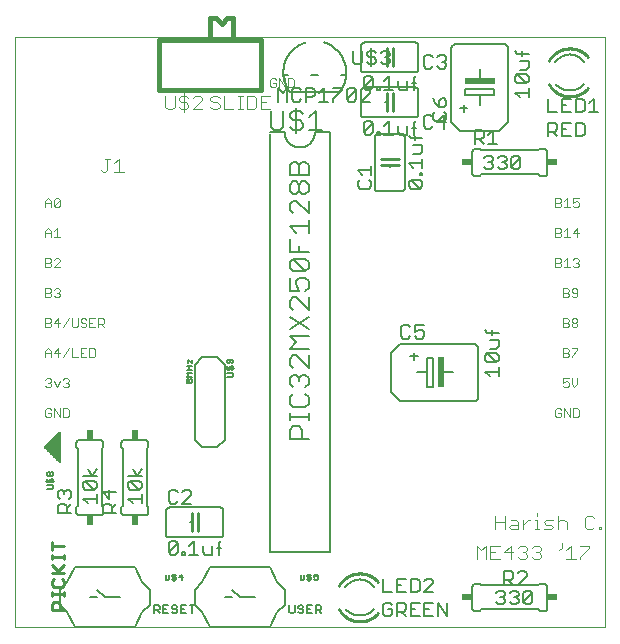
<source format=gto>
G75*
%MOIN*%
%OFA0B0*%
%FSLAX25Y25*%
%IPPOS*%
%LPD*%
%AMOC8*
5,1,8,0,0,1.08239X$1,22.5*
%
%ADD10C,0.00000*%
%ADD11C,0.00300*%
%ADD12C,0.00400*%
%ADD13C,0.00600*%
%ADD14C,0.01000*%
%ADD15C,0.00500*%
%ADD16R,0.02000X0.10000*%
%ADD17R,0.10000X0.02000*%
%ADD18R,0.03400X0.02400*%
%ADD19R,0.02400X0.03400*%
%ADD20C,0.00700*%
%ADD21C,0.01600*%
%ADD22C,0.00800*%
D10*
X0001800Y0001800D02*
X0001800Y0198650D01*
X0198650Y0198650D01*
X0198650Y0001800D01*
X0001800Y0001800D01*
D11*
X0012434Y0071950D02*
X0013401Y0071950D01*
X0013885Y0072434D01*
X0013885Y0073401D01*
X0012917Y0073401D01*
X0011950Y0072434D02*
X0012434Y0071950D01*
X0011950Y0072434D02*
X0011950Y0074369D01*
X0012434Y0074852D01*
X0013401Y0074852D01*
X0013885Y0074369D01*
X0014897Y0074852D02*
X0014897Y0071950D01*
X0016831Y0071950D02*
X0016831Y0074852D01*
X0017843Y0074852D02*
X0019294Y0074852D01*
X0019778Y0074369D01*
X0019778Y0072434D01*
X0019294Y0071950D01*
X0017843Y0071950D01*
X0017843Y0074852D01*
X0014897Y0074852D02*
X0016831Y0071950D01*
X0015864Y0081950D02*
X0016831Y0083885D01*
X0017843Y0084369D02*
X0018327Y0084852D01*
X0019294Y0084852D01*
X0019778Y0084369D01*
X0019778Y0083885D01*
X0019294Y0083401D01*
X0019778Y0082917D01*
X0019778Y0082434D01*
X0019294Y0081950D01*
X0018327Y0081950D01*
X0017843Y0082434D01*
X0018811Y0083401D02*
X0019294Y0083401D01*
X0015864Y0081950D02*
X0014897Y0083885D01*
X0013885Y0083885D02*
X0013401Y0083401D01*
X0013885Y0082917D01*
X0013885Y0082434D01*
X0013401Y0081950D01*
X0012434Y0081950D01*
X0011950Y0082434D01*
X0012917Y0083401D02*
X0013401Y0083401D01*
X0013885Y0083885D02*
X0013885Y0084369D01*
X0013401Y0084852D01*
X0012434Y0084852D01*
X0011950Y0084369D01*
X0011950Y0091950D02*
X0011950Y0093885D01*
X0012917Y0094852D01*
X0013885Y0093885D01*
X0013885Y0091950D01*
X0013885Y0093401D02*
X0011950Y0093401D01*
X0014897Y0093401D02*
X0016831Y0093401D01*
X0016348Y0091950D02*
X0016348Y0094852D01*
X0014897Y0093401D01*
X0017843Y0091950D02*
X0019778Y0094852D01*
X0020790Y0094852D02*
X0020790Y0091950D01*
X0022725Y0091950D01*
X0023736Y0091950D02*
X0025671Y0091950D01*
X0026683Y0091950D02*
X0026683Y0094852D01*
X0028134Y0094852D01*
X0028618Y0094369D01*
X0028618Y0092434D01*
X0028134Y0091950D01*
X0026683Y0091950D01*
X0024704Y0093401D02*
X0023736Y0093401D01*
X0023736Y0094852D02*
X0023736Y0091950D01*
X0023736Y0094852D02*
X0025671Y0094852D01*
X0025187Y0101950D02*
X0024220Y0101950D01*
X0023736Y0102434D01*
X0022725Y0102434D02*
X0022725Y0104852D01*
X0023736Y0104369D02*
X0023736Y0103885D01*
X0024220Y0103401D01*
X0025187Y0103401D01*
X0025671Y0102917D01*
X0025671Y0102434D01*
X0025187Y0101950D01*
X0026683Y0101950D02*
X0026683Y0104852D01*
X0028618Y0104852D01*
X0029629Y0104852D02*
X0031080Y0104852D01*
X0031564Y0104369D01*
X0031564Y0103401D01*
X0031080Y0102917D01*
X0029629Y0102917D01*
X0029629Y0101950D02*
X0029629Y0104852D01*
X0030597Y0102917D02*
X0031564Y0101950D01*
X0028618Y0101950D02*
X0026683Y0101950D01*
X0026683Y0103401D02*
X0027650Y0103401D01*
X0025671Y0104369D02*
X0025187Y0104852D01*
X0024220Y0104852D01*
X0023736Y0104369D01*
X0022725Y0102434D02*
X0022241Y0101950D01*
X0021273Y0101950D01*
X0020790Y0102434D01*
X0020790Y0104852D01*
X0019778Y0104852D02*
X0017843Y0101950D01*
X0016348Y0101950D02*
X0016348Y0104852D01*
X0014897Y0103401D01*
X0016831Y0103401D01*
X0013885Y0102917D02*
X0013885Y0102434D01*
X0013401Y0101950D01*
X0011950Y0101950D01*
X0011950Y0104852D01*
X0013401Y0104852D01*
X0013885Y0104369D01*
X0013885Y0103885D01*
X0013401Y0103401D01*
X0011950Y0103401D01*
X0013401Y0103401D02*
X0013885Y0102917D01*
X0013401Y0111950D02*
X0011950Y0111950D01*
X0011950Y0114852D01*
X0013401Y0114852D01*
X0013885Y0114369D01*
X0013885Y0113885D01*
X0013401Y0113401D01*
X0011950Y0113401D01*
X0013401Y0113401D02*
X0013885Y0112917D01*
X0013885Y0112434D01*
X0013401Y0111950D01*
X0014897Y0112434D02*
X0015380Y0111950D01*
X0016348Y0111950D01*
X0016831Y0112434D01*
X0016831Y0112917D01*
X0016348Y0113401D01*
X0015864Y0113401D01*
X0016348Y0113401D02*
X0016831Y0113885D01*
X0016831Y0114369D01*
X0016348Y0114852D01*
X0015380Y0114852D01*
X0014897Y0114369D01*
X0014897Y0121950D02*
X0016831Y0123885D01*
X0016831Y0124369D01*
X0016348Y0124852D01*
X0015380Y0124852D01*
X0014897Y0124369D01*
X0013885Y0124369D02*
X0013885Y0123885D01*
X0013401Y0123401D01*
X0011950Y0123401D01*
X0011950Y0121950D02*
X0013401Y0121950D01*
X0013885Y0122434D01*
X0013885Y0122917D01*
X0013401Y0123401D01*
X0013885Y0124369D02*
X0013401Y0124852D01*
X0011950Y0124852D01*
X0011950Y0121950D01*
X0014897Y0121950D02*
X0016831Y0121950D01*
X0016831Y0131950D02*
X0014897Y0131950D01*
X0015864Y0131950D02*
X0015864Y0134852D01*
X0014897Y0133885D01*
X0013885Y0133885D02*
X0013885Y0131950D01*
X0013885Y0133401D02*
X0011950Y0133401D01*
X0011950Y0133885D02*
X0012917Y0134852D01*
X0013885Y0133885D01*
X0011950Y0133885D02*
X0011950Y0131950D01*
X0011950Y0141950D02*
X0011950Y0143885D01*
X0012917Y0144852D01*
X0013885Y0143885D01*
X0013885Y0141950D01*
X0014897Y0142434D02*
X0014897Y0144369D01*
X0015380Y0144852D01*
X0016348Y0144852D01*
X0016831Y0144369D01*
X0014897Y0142434D01*
X0015380Y0141950D01*
X0016348Y0141950D01*
X0016831Y0142434D01*
X0016831Y0144369D01*
X0013885Y0143401D02*
X0011950Y0143401D01*
X0086950Y0182434D02*
X0087434Y0181950D01*
X0088401Y0181950D01*
X0088885Y0182434D01*
X0088885Y0183401D01*
X0087917Y0183401D01*
X0086950Y0182434D02*
X0086950Y0184369D01*
X0087434Y0184852D01*
X0088401Y0184852D01*
X0088885Y0184369D01*
X0089897Y0184852D02*
X0091831Y0181950D01*
X0091831Y0184852D01*
X0092843Y0184852D02*
X0094294Y0184852D01*
X0094778Y0184369D01*
X0094778Y0182434D01*
X0094294Y0181950D01*
X0092843Y0181950D01*
X0092843Y0184852D01*
X0089897Y0184852D02*
X0089897Y0181950D01*
X0181950Y0144852D02*
X0181950Y0141950D01*
X0183401Y0141950D01*
X0183885Y0142434D01*
X0183885Y0142917D01*
X0183401Y0143401D01*
X0181950Y0143401D01*
X0183401Y0143401D02*
X0183885Y0143885D01*
X0183885Y0144369D01*
X0183401Y0144852D01*
X0181950Y0144852D01*
X0184897Y0143885D02*
X0185864Y0144852D01*
X0185864Y0141950D01*
X0184897Y0141950D02*
X0186831Y0141950D01*
X0187843Y0142434D02*
X0188327Y0141950D01*
X0189294Y0141950D01*
X0189778Y0142434D01*
X0189778Y0143401D01*
X0189294Y0143885D01*
X0188811Y0143885D01*
X0187843Y0143401D01*
X0187843Y0144852D01*
X0189778Y0144852D01*
X0189294Y0134852D02*
X0187843Y0133401D01*
X0189778Y0133401D01*
X0189294Y0131950D02*
X0189294Y0134852D01*
X0185864Y0134852D02*
X0185864Y0131950D01*
X0184897Y0131950D02*
X0186831Y0131950D01*
X0184897Y0133885D02*
X0185864Y0134852D01*
X0183885Y0134369D02*
X0183885Y0133885D01*
X0183401Y0133401D01*
X0181950Y0133401D01*
X0181950Y0131950D02*
X0183401Y0131950D01*
X0183885Y0132434D01*
X0183885Y0132917D01*
X0183401Y0133401D01*
X0183885Y0134369D02*
X0183401Y0134852D01*
X0181950Y0134852D01*
X0181950Y0131950D01*
X0181950Y0124852D02*
X0183401Y0124852D01*
X0183885Y0124369D01*
X0183885Y0123885D01*
X0183401Y0123401D01*
X0181950Y0123401D01*
X0181950Y0121950D02*
X0183401Y0121950D01*
X0183885Y0122434D01*
X0183885Y0122917D01*
X0183401Y0123401D01*
X0184897Y0123885D02*
X0185864Y0124852D01*
X0185864Y0121950D01*
X0184897Y0121950D02*
X0186831Y0121950D01*
X0187843Y0122434D02*
X0188327Y0121950D01*
X0189294Y0121950D01*
X0189778Y0122434D01*
X0189778Y0122917D01*
X0189294Y0123401D01*
X0188811Y0123401D01*
X0189294Y0123401D02*
X0189778Y0123885D01*
X0189778Y0124369D01*
X0189294Y0124852D01*
X0188327Y0124852D01*
X0187843Y0124369D01*
X0181950Y0124852D02*
X0181950Y0121950D01*
X0184450Y0114852D02*
X0185901Y0114852D01*
X0186385Y0114369D01*
X0186385Y0113885D01*
X0185901Y0113401D01*
X0184450Y0113401D01*
X0184450Y0111950D02*
X0185901Y0111950D01*
X0186385Y0112434D01*
X0186385Y0112917D01*
X0185901Y0113401D01*
X0187397Y0113885D02*
X0187880Y0113401D01*
X0189331Y0113401D01*
X0189331Y0112434D02*
X0189331Y0114369D01*
X0188848Y0114852D01*
X0187880Y0114852D01*
X0187397Y0114369D01*
X0187397Y0113885D01*
X0187397Y0112434D02*
X0187880Y0111950D01*
X0188848Y0111950D01*
X0189331Y0112434D01*
X0184450Y0111950D02*
X0184450Y0114852D01*
X0184450Y0104852D02*
X0185901Y0104852D01*
X0186385Y0104369D01*
X0186385Y0103885D01*
X0185901Y0103401D01*
X0184450Y0103401D01*
X0184450Y0101950D02*
X0185901Y0101950D01*
X0186385Y0102434D01*
X0186385Y0102917D01*
X0185901Y0103401D01*
X0187397Y0102917D02*
X0187880Y0103401D01*
X0188848Y0103401D01*
X0189331Y0102917D01*
X0189331Y0102434D01*
X0188848Y0101950D01*
X0187880Y0101950D01*
X0187397Y0102434D01*
X0187397Y0102917D01*
X0187880Y0103401D02*
X0187397Y0103885D01*
X0187397Y0104369D01*
X0187880Y0104852D01*
X0188848Y0104852D01*
X0189331Y0104369D01*
X0189331Y0103885D01*
X0188848Y0103401D01*
X0184450Y0101950D02*
X0184450Y0104852D01*
X0184450Y0094852D02*
X0185901Y0094852D01*
X0186385Y0094369D01*
X0186385Y0093885D01*
X0185901Y0093401D01*
X0184450Y0093401D01*
X0184450Y0091950D02*
X0184450Y0094852D01*
X0185901Y0093401D02*
X0186385Y0092917D01*
X0186385Y0092434D01*
X0185901Y0091950D01*
X0184450Y0091950D01*
X0187397Y0091950D02*
X0187397Y0092434D01*
X0189331Y0094369D01*
X0189331Y0094852D01*
X0187397Y0094852D01*
X0187397Y0084852D02*
X0187397Y0082917D01*
X0188364Y0081950D01*
X0189331Y0082917D01*
X0189331Y0084852D01*
X0186385Y0084852D02*
X0184450Y0084852D01*
X0184450Y0083401D01*
X0185417Y0083885D01*
X0185901Y0083885D01*
X0186385Y0083401D01*
X0186385Y0082434D01*
X0185901Y0081950D01*
X0184934Y0081950D01*
X0184450Y0082434D01*
X0184897Y0074852D02*
X0186831Y0071950D01*
X0186831Y0074852D01*
X0187843Y0074852D02*
X0189294Y0074852D01*
X0189778Y0074369D01*
X0189778Y0072434D01*
X0189294Y0071950D01*
X0187843Y0071950D01*
X0187843Y0074852D01*
X0184897Y0074852D02*
X0184897Y0071950D01*
X0183885Y0072434D02*
X0183401Y0071950D01*
X0182434Y0071950D01*
X0181950Y0072434D01*
X0181950Y0074369D01*
X0182434Y0074852D01*
X0183401Y0074852D01*
X0183885Y0074369D01*
X0183885Y0073401D02*
X0182917Y0073401D01*
X0183885Y0073401D02*
X0183885Y0072434D01*
D12*
X0175812Y0039871D02*
X0175812Y0039104D01*
X0175812Y0037569D02*
X0175812Y0034500D01*
X0176579Y0034500D02*
X0175044Y0034500D01*
X0171208Y0034500D02*
X0171208Y0037569D01*
X0171208Y0036035D02*
X0172742Y0037569D01*
X0173510Y0037569D01*
X0175044Y0037569D02*
X0175812Y0037569D01*
X0178114Y0036802D02*
X0178881Y0037569D01*
X0181183Y0037569D01*
X0180416Y0036035D02*
X0178881Y0036035D01*
X0178114Y0036802D01*
X0178114Y0034500D02*
X0180416Y0034500D01*
X0181183Y0035267D01*
X0180416Y0036035D01*
X0182718Y0036802D02*
X0183485Y0037569D01*
X0185020Y0037569D01*
X0185787Y0036802D01*
X0185787Y0034500D01*
X0182718Y0034500D02*
X0182718Y0039104D01*
X0184141Y0029871D02*
X0184141Y0028337D01*
X0183374Y0027569D01*
X0185676Y0027569D02*
X0187210Y0029104D01*
X0187210Y0024500D01*
X0185676Y0024500D02*
X0188745Y0024500D01*
X0190279Y0024500D02*
X0190279Y0025267D01*
X0193349Y0028337D01*
X0193349Y0029104D01*
X0190279Y0029104D01*
X0192693Y0034500D02*
X0194227Y0034500D01*
X0194995Y0035267D01*
X0196529Y0035267D02*
X0196529Y0034500D01*
X0197297Y0034500D01*
X0197297Y0035267D01*
X0196529Y0035267D01*
X0194995Y0038337D02*
X0194227Y0039104D01*
X0192693Y0039104D01*
X0191926Y0038337D01*
X0191926Y0035267D01*
X0192693Y0034500D01*
X0177235Y0028337D02*
X0177235Y0027569D01*
X0176468Y0026802D01*
X0177235Y0026035D01*
X0177235Y0025267D01*
X0176468Y0024500D01*
X0174933Y0024500D01*
X0174166Y0025267D01*
X0172631Y0025267D02*
X0171864Y0024500D01*
X0170329Y0024500D01*
X0169562Y0025267D01*
X0171096Y0026802D02*
X0171864Y0026802D01*
X0172631Y0026035D01*
X0172631Y0025267D01*
X0171864Y0026802D02*
X0172631Y0027569D01*
X0172631Y0028337D01*
X0171864Y0029104D01*
X0170329Y0029104D01*
X0169562Y0028337D01*
X0168027Y0026802D02*
X0164958Y0026802D01*
X0167260Y0029104D01*
X0167260Y0024500D01*
X0163423Y0024500D02*
X0160354Y0024500D01*
X0160354Y0029104D01*
X0163423Y0029104D01*
X0161889Y0026802D02*
X0160354Y0026802D01*
X0158819Y0029104D02*
X0158819Y0024500D01*
X0155750Y0024500D02*
X0155750Y0029104D01*
X0157285Y0027569D01*
X0158819Y0029104D01*
X0162000Y0034500D02*
X0162000Y0039104D01*
X0162000Y0036802D02*
X0165069Y0036802D01*
X0166604Y0035267D02*
X0167371Y0036035D01*
X0169673Y0036035D01*
X0169673Y0036802D02*
X0169673Y0034500D01*
X0167371Y0034500D01*
X0166604Y0035267D01*
X0165069Y0034500D02*
X0165069Y0039104D01*
X0167371Y0037569D02*
X0168906Y0037569D01*
X0169673Y0036802D01*
X0174933Y0029104D02*
X0176468Y0029104D01*
X0177235Y0028337D01*
X0176468Y0026802D02*
X0175700Y0026802D01*
X0174166Y0028337D02*
X0174933Y0029104D01*
X0038079Y0153457D02*
X0035009Y0153457D01*
X0036544Y0153457D02*
X0036544Y0158061D01*
X0035009Y0156526D01*
X0033475Y0158061D02*
X0031940Y0158061D01*
X0032707Y0158061D02*
X0032707Y0154224D01*
X0031940Y0153457D01*
X0031173Y0153457D01*
X0030406Y0154224D01*
X0052000Y0175267D02*
X0052767Y0174500D01*
X0054302Y0174500D01*
X0055069Y0175267D01*
X0055069Y0179104D01*
X0056604Y0178337D02*
X0056604Y0177569D01*
X0057371Y0176802D01*
X0058906Y0176802D01*
X0059673Y0176035D01*
X0059673Y0175267D01*
X0058906Y0174500D01*
X0057371Y0174500D01*
X0056604Y0175267D01*
X0058139Y0173733D02*
X0058139Y0179871D01*
X0058906Y0179104D02*
X0057371Y0179104D01*
X0056604Y0178337D01*
X0058906Y0179104D02*
X0059673Y0178337D01*
X0061208Y0178337D02*
X0061975Y0179104D01*
X0063510Y0179104D01*
X0064277Y0178337D01*
X0064277Y0177569D01*
X0061208Y0174500D01*
X0064277Y0174500D01*
X0067000Y0175267D02*
X0067767Y0174500D01*
X0069302Y0174500D01*
X0070069Y0175267D01*
X0070069Y0176035D01*
X0069302Y0176802D01*
X0067767Y0176802D01*
X0067000Y0177569D01*
X0067000Y0178337D01*
X0067767Y0179104D01*
X0069302Y0179104D01*
X0070069Y0178337D01*
X0071604Y0179104D02*
X0071604Y0174500D01*
X0074673Y0174500D01*
X0076208Y0174500D02*
X0077742Y0174500D01*
X0076975Y0174500D02*
X0076975Y0179104D01*
X0076208Y0179104D02*
X0077742Y0179104D01*
X0079277Y0179104D02*
X0081579Y0179104D01*
X0082346Y0178337D01*
X0082346Y0175267D01*
X0081579Y0174500D01*
X0079277Y0174500D01*
X0079277Y0179104D01*
X0083881Y0179104D02*
X0083881Y0174500D01*
X0086950Y0174500D01*
X0085416Y0176802D02*
X0083881Y0176802D01*
X0083881Y0179104D02*
X0086950Y0179104D01*
X0052000Y0179104D02*
X0052000Y0175267D01*
D13*
X0086800Y0166800D02*
X0091800Y0166800D01*
X0086800Y0166300D02*
X0086800Y0026800D01*
X0106800Y0026800D01*
X0106800Y0166800D01*
X0101800Y0166800D01*
X0101798Y0166660D01*
X0101792Y0166520D01*
X0101782Y0166380D01*
X0101769Y0166240D01*
X0101751Y0166101D01*
X0101729Y0165962D01*
X0101704Y0165825D01*
X0101675Y0165687D01*
X0101642Y0165551D01*
X0101605Y0165416D01*
X0101564Y0165282D01*
X0101519Y0165149D01*
X0101471Y0165017D01*
X0101419Y0164887D01*
X0101364Y0164758D01*
X0101305Y0164631D01*
X0101242Y0164505D01*
X0101176Y0164381D01*
X0101107Y0164260D01*
X0101034Y0164140D01*
X0100957Y0164022D01*
X0100878Y0163907D01*
X0100795Y0163793D01*
X0100709Y0163683D01*
X0100620Y0163574D01*
X0100528Y0163468D01*
X0100433Y0163365D01*
X0100336Y0163264D01*
X0100235Y0163167D01*
X0100132Y0163072D01*
X0100026Y0162980D01*
X0099917Y0162891D01*
X0099807Y0162805D01*
X0099693Y0162722D01*
X0099578Y0162643D01*
X0099460Y0162566D01*
X0099340Y0162493D01*
X0099219Y0162424D01*
X0099095Y0162358D01*
X0098969Y0162295D01*
X0098842Y0162236D01*
X0098713Y0162181D01*
X0098583Y0162129D01*
X0098451Y0162081D01*
X0098318Y0162036D01*
X0098184Y0161995D01*
X0098049Y0161958D01*
X0097913Y0161925D01*
X0097775Y0161896D01*
X0097638Y0161871D01*
X0097499Y0161849D01*
X0097360Y0161831D01*
X0097220Y0161818D01*
X0097080Y0161808D01*
X0096940Y0161802D01*
X0096800Y0161800D01*
X0096660Y0161802D01*
X0096520Y0161808D01*
X0096380Y0161818D01*
X0096240Y0161831D01*
X0096101Y0161849D01*
X0095962Y0161871D01*
X0095825Y0161896D01*
X0095687Y0161925D01*
X0095551Y0161958D01*
X0095416Y0161995D01*
X0095282Y0162036D01*
X0095149Y0162081D01*
X0095017Y0162129D01*
X0094887Y0162181D01*
X0094758Y0162236D01*
X0094631Y0162295D01*
X0094505Y0162358D01*
X0094381Y0162424D01*
X0094260Y0162493D01*
X0094140Y0162566D01*
X0094022Y0162643D01*
X0093907Y0162722D01*
X0093793Y0162805D01*
X0093683Y0162891D01*
X0093574Y0162980D01*
X0093468Y0163072D01*
X0093365Y0163167D01*
X0093264Y0163264D01*
X0093167Y0163365D01*
X0093072Y0163468D01*
X0092980Y0163574D01*
X0092891Y0163683D01*
X0092805Y0163793D01*
X0092722Y0163907D01*
X0092643Y0164022D01*
X0092566Y0164140D01*
X0092493Y0164260D01*
X0092424Y0164381D01*
X0092358Y0164505D01*
X0092295Y0164631D01*
X0092236Y0164758D01*
X0092181Y0164887D01*
X0092129Y0165017D01*
X0092081Y0165149D01*
X0092036Y0165282D01*
X0091995Y0165416D01*
X0091958Y0165551D01*
X0091925Y0165687D01*
X0091896Y0165825D01*
X0091871Y0165962D01*
X0091849Y0166101D01*
X0091831Y0166240D01*
X0091818Y0166380D01*
X0091808Y0166520D01*
X0091802Y0166660D01*
X0091800Y0166800D01*
X0117300Y0172800D02*
X0117300Y0180800D01*
X0117302Y0180860D01*
X0117307Y0180921D01*
X0117316Y0180980D01*
X0117329Y0181039D01*
X0117345Y0181098D01*
X0117365Y0181155D01*
X0117388Y0181210D01*
X0117415Y0181265D01*
X0117444Y0181317D01*
X0117477Y0181368D01*
X0117513Y0181417D01*
X0117551Y0181463D01*
X0117593Y0181507D01*
X0117637Y0181549D01*
X0117683Y0181587D01*
X0117732Y0181623D01*
X0117783Y0181656D01*
X0117835Y0181685D01*
X0117890Y0181712D01*
X0117945Y0181735D01*
X0118002Y0181755D01*
X0118061Y0181771D01*
X0118120Y0181784D01*
X0118179Y0181793D01*
X0118240Y0181798D01*
X0118300Y0181800D01*
X0135300Y0181800D01*
X0135360Y0181798D01*
X0135421Y0181793D01*
X0135480Y0181784D01*
X0135539Y0181771D01*
X0135598Y0181755D01*
X0135655Y0181735D01*
X0135710Y0181712D01*
X0135765Y0181685D01*
X0135817Y0181656D01*
X0135868Y0181623D01*
X0135917Y0181587D01*
X0135963Y0181549D01*
X0136007Y0181507D01*
X0136049Y0181463D01*
X0136087Y0181417D01*
X0136123Y0181368D01*
X0136156Y0181317D01*
X0136185Y0181265D01*
X0136212Y0181210D01*
X0136235Y0181155D01*
X0136255Y0181098D01*
X0136271Y0181039D01*
X0136284Y0180980D01*
X0136293Y0180921D01*
X0136298Y0180860D01*
X0136300Y0180800D01*
X0136300Y0172800D01*
X0136298Y0172740D01*
X0136293Y0172679D01*
X0136284Y0172620D01*
X0136271Y0172561D01*
X0136255Y0172502D01*
X0136235Y0172445D01*
X0136212Y0172390D01*
X0136185Y0172335D01*
X0136156Y0172283D01*
X0136123Y0172232D01*
X0136087Y0172183D01*
X0136049Y0172137D01*
X0136007Y0172093D01*
X0135963Y0172051D01*
X0135917Y0172013D01*
X0135868Y0171977D01*
X0135817Y0171944D01*
X0135765Y0171915D01*
X0135710Y0171888D01*
X0135655Y0171865D01*
X0135598Y0171845D01*
X0135539Y0171829D01*
X0135480Y0171816D01*
X0135421Y0171807D01*
X0135360Y0171802D01*
X0135300Y0171800D01*
X0118300Y0171800D01*
X0118240Y0171802D01*
X0118179Y0171807D01*
X0118120Y0171816D01*
X0118061Y0171829D01*
X0118002Y0171845D01*
X0117945Y0171865D01*
X0117890Y0171888D01*
X0117835Y0171915D01*
X0117783Y0171944D01*
X0117732Y0171977D01*
X0117683Y0172013D01*
X0117637Y0172051D01*
X0117593Y0172093D01*
X0117551Y0172137D01*
X0117513Y0172183D01*
X0117477Y0172232D01*
X0117444Y0172283D01*
X0117415Y0172335D01*
X0117388Y0172390D01*
X0117365Y0172445D01*
X0117345Y0172502D01*
X0117329Y0172561D01*
X0117316Y0172620D01*
X0117307Y0172679D01*
X0117302Y0172740D01*
X0117300Y0172800D01*
X0122800Y0166300D02*
X0130800Y0166300D01*
X0130860Y0166298D01*
X0130921Y0166293D01*
X0130980Y0166284D01*
X0131039Y0166271D01*
X0131098Y0166255D01*
X0131155Y0166235D01*
X0131210Y0166212D01*
X0131265Y0166185D01*
X0131317Y0166156D01*
X0131368Y0166123D01*
X0131417Y0166087D01*
X0131463Y0166049D01*
X0131507Y0166007D01*
X0131549Y0165963D01*
X0131587Y0165917D01*
X0131623Y0165868D01*
X0131656Y0165817D01*
X0131685Y0165765D01*
X0131712Y0165710D01*
X0131735Y0165655D01*
X0131755Y0165598D01*
X0131771Y0165539D01*
X0131784Y0165480D01*
X0131793Y0165421D01*
X0131798Y0165360D01*
X0131800Y0165300D01*
X0131800Y0148300D01*
X0131798Y0148240D01*
X0131793Y0148179D01*
X0131784Y0148120D01*
X0131771Y0148061D01*
X0131755Y0148002D01*
X0131735Y0147945D01*
X0131712Y0147890D01*
X0131685Y0147835D01*
X0131656Y0147783D01*
X0131623Y0147732D01*
X0131587Y0147683D01*
X0131549Y0147637D01*
X0131507Y0147593D01*
X0131463Y0147551D01*
X0131417Y0147513D01*
X0131368Y0147477D01*
X0131317Y0147444D01*
X0131265Y0147415D01*
X0131210Y0147388D01*
X0131155Y0147365D01*
X0131098Y0147345D01*
X0131039Y0147329D01*
X0130980Y0147316D01*
X0130921Y0147307D01*
X0130860Y0147302D01*
X0130800Y0147300D01*
X0122800Y0147300D01*
X0122740Y0147302D01*
X0122679Y0147307D01*
X0122620Y0147316D01*
X0122561Y0147329D01*
X0122502Y0147345D01*
X0122445Y0147365D01*
X0122390Y0147388D01*
X0122335Y0147415D01*
X0122283Y0147444D01*
X0122232Y0147477D01*
X0122183Y0147513D01*
X0122137Y0147551D01*
X0122093Y0147593D01*
X0122051Y0147637D01*
X0122013Y0147683D01*
X0121977Y0147732D01*
X0121944Y0147783D01*
X0121915Y0147835D01*
X0121888Y0147890D01*
X0121865Y0147945D01*
X0121845Y0148002D01*
X0121829Y0148061D01*
X0121816Y0148120D01*
X0121807Y0148179D01*
X0121802Y0148240D01*
X0121800Y0148300D01*
X0121800Y0165300D01*
X0121802Y0165360D01*
X0121807Y0165421D01*
X0121816Y0165480D01*
X0121829Y0165539D01*
X0121845Y0165598D01*
X0121865Y0165655D01*
X0121888Y0165710D01*
X0121915Y0165765D01*
X0121944Y0165817D01*
X0121977Y0165868D01*
X0122013Y0165917D01*
X0122051Y0165963D01*
X0122093Y0166007D01*
X0122137Y0166049D01*
X0122183Y0166087D01*
X0122232Y0166123D01*
X0122283Y0166156D01*
X0122335Y0166185D01*
X0122390Y0166212D01*
X0122445Y0166235D01*
X0122502Y0166255D01*
X0122561Y0166271D01*
X0122620Y0166284D01*
X0122679Y0166293D01*
X0122740Y0166298D01*
X0122800Y0166300D01*
X0126800Y0158300D02*
X0126800Y0157800D01*
X0126800Y0155800D02*
X0126800Y0155300D01*
X0125800Y0176800D02*
X0125300Y0176800D01*
X0127800Y0176800D02*
X0128300Y0176800D01*
X0135300Y0186800D02*
X0118300Y0186800D01*
X0118240Y0186802D01*
X0118179Y0186807D01*
X0118120Y0186816D01*
X0118061Y0186829D01*
X0118002Y0186845D01*
X0117945Y0186865D01*
X0117890Y0186888D01*
X0117835Y0186915D01*
X0117783Y0186944D01*
X0117732Y0186977D01*
X0117683Y0187013D01*
X0117637Y0187051D01*
X0117593Y0187093D01*
X0117551Y0187137D01*
X0117513Y0187183D01*
X0117477Y0187232D01*
X0117444Y0187283D01*
X0117415Y0187335D01*
X0117388Y0187390D01*
X0117365Y0187445D01*
X0117345Y0187502D01*
X0117329Y0187561D01*
X0117316Y0187620D01*
X0117307Y0187679D01*
X0117302Y0187740D01*
X0117300Y0187800D01*
X0117300Y0195800D01*
X0117302Y0195860D01*
X0117307Y0195921D01*
X0117316Y0195980D01*
X0117329Y0196039D01*
X0117345Y0196098D01*
X0117365Y0196155D01*
X0117388Y0196210D01*
X0117415Y0196265D01*
X0117444Y0196317D01*
X0117477Y0196368D01*
X0117513Y0196417D01*
X0117551Y0196463D01*
X0117593Y0196507D01*
X0117637Y0196549D01*
X0117683Y0196587D01*
X0117732Y0196623D01*
X0117783Y0196656D01*
X0117835Y0196685D01*
X0117890Y0196712D01*
X0117945Y0196735D01*
X0118002Y0196755D01*
X0118061Y0196771D01*
X0118120Y0196784D01*
X0118179Y0196793D01*
X0118240Y0196798D01*
X0118300Y0196800D01*
X0135300Y0196800D01*
X0135360Y0196798D01*
X0135421Y0196793D01*
X0135480Y0196784D01*
X0135539Y0196771D01*
X0135598Y0196755D01*
X0135655Y0196735D01*
X0135710Y0196712D01*
X0135765Y0196685D01*
X0135817Y0196656D01*
X0135868Y0196623D01*
X0135917Y0196587D01*
X0135963Y0196549D01*
X0136007Y0196507D01*
X0136049Y0196463D01*
X0136087Y0196417D01*
X0136123Y0196368D01*
X0136156Y0196317D01*
X0136185Y0196265D01*
X0136212Y0196210D01*
X0136235Y0196155D01*
X0136255Y0196098D01*
X0136271Y0196039D01*
X0136284Y0195980D01*
X0136293Y0195921D01*
X0136298Y0195860D01*
X0136300Y0195800D01*
X0136300Y0187800D01*
X0136298Y0187740D01*
X0136293Y0187679D01*
X0136284Y0187620D01*
X0136271Y0187561D01*
X0136255Y0187502D01*
X0136235Y0187445D01*
X0136212Y0187390D01*
X0136185Y0187335D01*
X0136156Y0187283D01*
X0136123Y0187232D01*
X0136087Y0187183D01*
X0136049Y0187137D01*
X0136007Y0187093D01*
X0135963Y0187051D01*
X0135917Y0187013D01*
X0135868Y0186977D01*
X0135817Y0186944D01*
X0135765Y0186915D01*
X0135710Y0186888D01*
X0135655Y0186865D01*
X0135598Y0186845D01*
X0135539Y0186829D01*
X0135480Y0186816D01*
X0135421Y0186807D01*
X0135360Y0186802D01*
X0135300Y0186800D01*
X0128300Y0191800D02*
X0127800Y0191800D01*
X0125800Y0191800D02*
X0125300Y0191800D01*
X0147300Y0194800D02*
X0147300Y0170300D01*
X0150300Y0167300D01*
X0163300Y0167300D01*
X0166300Y0170300D01*
X0166300Y0194800D01*
X0166298Y0194876D01*
X0166292Y0194952D01*
X0166283Y0195027D01*
X0166269Y0195102D01*
X0166252Y0195176D01*
X0166231Y0195249D01*
X0166207Y0195321D01*
X0166178Y0195392D01*
X0166147Y0195461D01*
X0166112Y0195528D01*
X0166073Y0195593D01*
X0166031Y0195657D01*
X0165986Y0195718D01*
X0165938Y0195777D01*
X0165887Y0195833D01*
X0165833Y0195887D01*
X0165777Y0195938D01*
X0165718Y0195986D01*
X0165657Y0196031D01*
X0165593Y0196073D01*
X0165528Y0196112D01*
X0165461Y0196147D01*
X0165392Y0196178D01*
X0165321Y0196207D01*
X0165249Y0196231D01*
X0165176Y0196252D01*
X0165102Y0196269D01*
X0165027Y0196283D01*
X0164952Y0196292D01*
X0164876Y0196298D01*
X0164800Y0196300D01*
X0148800Y0196300D01*
X0148724Y0196298D01*
X0148648Y0196292D01*
X0148573Y0196283D01*
X0148498Y0196269D01*
X0148424Y0196252D01*
X0148351Y0196231D01*
X0148279Y0196207D01*
X0148208Y0196178D01*
X0148139Y0196147D01*
X0148072Y0196112D01*
X0148007Y0196073D01*
X0147943Y0196031D01*
X0147882Y0195986D01*
X0147823Y0195938D01*
X0147767Y0195887D01*
X0147713Y0195833D01*
X0147662Y0195777D01*
X0147614Y0195718D01*
X0147569Y0195657D01*
X0147527Y0195593D01*
X0147488Y0195528D01*
X0147453Y0195461D01*
X0147422Y0195392D01*
X0147393Y0195321D01*
X0147369Y0195249D01*
X0147348Y0195176D01*
X0147331Y0195102D01*
X0147317Y0195027D01*
X0147308Y0194952D01*
X0147302Y0194876D01*
X0147300Y0194800D01*
X0156800Y0187800D02*
X0156800Y0184300D01*
X0152000Y0181300D02*
X0152000Y0179300D01*
X0156800Y0179300D01*
X0161600Y0179300D01*
X0161600Y0181300D01*
X0152000Y0181300D01*
X0156800Y0179300D02*
X0156800Y0175800D01*
X0152700Y0174800D02*
X0150200Y0174800D01*
X0151400Y0176100D02*
X0151400Y0173500D01*
X0155300Y0161300D02*
X0156800Y0161300D01*
X0157300Y0160800D01*
X0176300Y0160800D01*
X0176800Y0161300D01*
X0178300Y0161300D01*
X0178360Y0161298D01*
X0178421Y0161293D01*
X0178480Y0161284D01*
X0178539Y0161271D01*
X0178598Y0161255D01*
X0178655Y0161235D01*
X0178710Y0161212D01*
X0178765Y0161185D01*
X0178817Y0161156D01*
X0178868Y0161123D01*
X0178917Y0161087D01*
X0178963Y0161049D01*
X0179007Y0161007D01*
X0179049Y0160963D01*
X0179087Y0160917D01*
X0179123Y0160868D01*
X0179156Y0160817D01*
X0179185Y0160765D01*
X0179212Y0160710D01*
X0179235Y0160655D01*
X0179255Y0160598D01*
X0179271Y0160539D01*
X0179284Y0160480D01*
X0179293Y0160421D01*
X0179298Y0160360D01*
X0179300Y0160300D01*
X0179300Y0153300D01*
X0179298Y0153240D01*
X0179293Y0153179D01*
X0179284Y0153120D01*
X0179271Y0153061D01*
X0179255Y0153002D01*
X0179235Y0152945D01*
X0179212Y0152890D01*
X0179185Y0152835D01*
X0179156Y0152783D01*
X0179123Y0152732D01*
X0179087Y0152683D01*
X0179049Y0152637D01*
X0179007Y0152593D01*
X0178963Y0152551D01*
X0178917Y0152513D01*
X0178868Y0152477D01*
X0178817Y0152444D01*
X0178765Y0152415D01*
X0178710Y0152388D01*
X0178655Y0152365D01*
X0178598Y0152345D01*
X0178539Y0152329D01*
X0178480Y0152316D01*
X0178421Y0152307D01*
X0178360Y0152302D01*
X0178300Y0152300D01*
X0176800Y0152300D01*
X0176300Y0152800D01*
X0157300Y0152800D01*
X0156800Y0152300D01*
X0155300Y0152300D01*
X0155240Y0152302D01*
X0155179Y0152307D01*
X0155120Y0152316D01*
X0155061Y0152329D01*
X0155002Y0152345D01*
X0154945Y0152365D01*
X0154890Y0152388D01*
X0154835Y0152415D01*
X0154783Y0152444D01*
X0154732Y0152477D01*
X0154683Y0152513D01*
X0154637Y0152551D01*
X0154593Y0152593D01*
X0154551Y0152637D01*
X0154513Y0152683D01*
X0154477Y0152732D01*
X0154444Y0152783D01*
X0154415Y0152835D01*
X0154388Y0152890D01*
X0154365Y0152945D01*
X0154345Y0153002D01*
X0154329Y0153061D01*
X0154316Y0153120D01*
X0154307Y0153179D01*
X0154302Y0153240D01*
X0154300Y0153300D01*
X0154300Y0160300D01*
X0154302Y0160360D01*
X0154307Y0160421D01*
X0154316Y0160480D01*
X0154329Y0160539D01*
X0154345Y0160598D01*
X0154365Y0160655D01*
X0154388Y0160710D01*
X0154415Y0160765D01*
X0154444Y0160817D01*
X0154477Y0160868D01*
X0154513Y0160917D01*
X0154551Y0160963D01*
X0154593Y0161007D01*
X0154637Y0161049D01*
X0154683Y0161087D01*
X0154732Y0161123D01*
X0154783Y0161156D01*
X0154835Y0161185D01*
X0154890Y0161212D01*
X0154945Y0161235D01*
X0155002Y0161255D01*
X0155061Y0161271D01*
X0155120Y0161284D01*
X0155179Y0161293D01*
X0155240Y0161298D01*
X0155300Y0161300D01*
X0186800Y0192800D02*
X0186954Y0192798D01*
X0187108Y0192792D01*
X0187262Y0192782D01*
X0187416Y0192768D01*
X0187569Y0192751D01*
X0187721Y0192729D01*
X0187873Y0192703D01*
X0188025Y0192674D01*
X0188175Y0192640D01*
X0188325Y0192603D01*
X0188473Y0192562D01*
X0188621Y0192517D01*
X0188767Y0192468D01*
X0188912Y0192416D01*
X0189055Y0192360D01*
X0189198Y0192300D01*
X0189338Y0192237D01*
X0189477Y0192170D01*
X0189614Y0192099D01*
X0189749Y0192025D01*
X0189882Y0191948D01*
X0190014Y0191867D01*
X0190143Y0191783D01*
X0190270Y0191695D01*
X0190394Y0191604D01*
X0190516Y0191511D01*
X0190636Y0191413D01*
X0190753Y0191313D01*
X0190868Y0191210D01*
X0190980Y0191104D01*
X0191089Y0190996D01*
X0191195Y0190884D01*
X0191299Y0190770D01*
X0191399Y0190653D01*
X0191497Y0190534D01*
X0191591Y0190412D01*
X0191682Y0190287D01*
X0186800Y0180800D02*
X0186648Y0180802D01*
X0186497Y0180808D01*
X0186346Y0180817D01*
X0186194Y0180831D01*
X0186044Y0180848D01*
X0185894Y0180869D01*
X0185744Y0180894D01*
X0185595Y0180922D01*
X0185447Y0180955D01*
X0185300Y0180991D01*
X0185153Y0181030D01*
X0185008Y0181074D01*
X0184864Y0181121D01*
X0184721Y0181172D01*
X0184580Y0181226D01*
X0184439Y0181284D01*
X0184301Y0181345D01*
X0184164Y0181410D01*
X0184028Y0181479D01*
X0183895Y0181550D01*
X0183763Y0181625D01*
X0183633Y0181704D01*
X0183506Y0181785D01*
X0183380Y0181870D01*
X0183256Y0181958D01*
X0183135Y0182049D01*
X0183016Y0182143D01*
X0182900Y0182241D01*
X0182786Y0182341D01*
X0182674Y0182443D01*
X0182566Y0182549D01*
X0182460Y0182657D01*
X0182356Y0182768D01*
X0182256Y0182882D01*
X0182158Y0182998D01*
X0182064Y0183117D01*
X0186800Y0180800D02*
X0186952Y0180802D01*
X0187103Y0180808D01*
X0187254Y0180817D01*
X0187406Y0180831D01*
X0187556Y0180848D01*
X0187706Y0180869D01*
X0187856Y0180894D01*
X0188005Y0180922D01*
X0188153Y0180955D01*
X0188300Y0180991D01*
X0188447Y0181030D01*
X0188592Y0181074D01*
X0188736Y0181121D01*
X0188879Y0181172D01*
X0189020Y0181226D01*
X0189161Y0181284D01*
X0189299Y0181345D01*
X0189436Y0181410D01*
X0189572Y0181479D01*
X0189705Y0181550D01*
X0189837Y0181625D01*
X0189967Y0181704D01*
X0190094Y0181785D01*
X0190220Y0181870D01*
X0190344Y0181958D01*
X0190465Y0182049D01*
X0190584Y0182143D01*
X0190700Y0182241D01*
X0190814Y0182341D01*
X0190926Y0182443D01*
X0191034Y0182549D01*
X0191140Y0182657D01*
X0191244Y0182768D01*
X0191344Y0182882D01*
X0191442Y0182998D01*
X0191536Y0183117D01*
X0186800Y0192800D02*
X0186650Y0192798D01*
X0186499Y0192792D01*
X0186349Y0192783D01*
X0186200Y0192770D01*
X0186050Y0192753D01*
X0185901Y0192732D01*
X0185753Y0192708D01*
X0185605Y0192680D01*
X0185458Y0192648D01*
X0185312Y0192613D01*
X0185167Y0192573D01*
X0185023Y0192531D01*
X0184880Y0192484D01*
X0184738Y0192434D01*
X0184597Y0192381D01*
X0184458Y0192324D01*
X0184320Y0192264D01*
X0184184Y0192200D01*
X0184050Y0192133D01*
X0183917Y0192062D01*
X0183786Y0191988D01*
X0183657Y0191911D01*
X0183530Y0191830D01*
X0183405Y0191747D01*
X0183282Y0191660D01*
X0183161Y0191571D01*
X0183043Y0191478D01*
X0182927Y0191382D01*
X0182813Y0191284D01*
X0182702Y0191183D01*
X0182593Y0191078D01*
X0182488Y0190972D01*
X0182384Y0190862D01*
X0182284Y0190750D01*
X0182186Y0190636D01*
X0182092Y0190519D01*
X0182000Y0190400D01*
X0154800Y0096300D02*
X0130300Y0096300D01*
X0127300Y0093300D01*
X0127300Y0080300D01*
X0130300Y0077300D01*
X0154800Y0077300D01*
X0154876Y0077302D01*
X0154952Y0077308D01*
X0155027Y0077317D01*
X0155102Y0077331D01*
X0155176Y0077348D01*
X0155249Y0077369D01*
X0155321Y0077393D01*
X0155392Y0077422D01*
X0155461Y0077453D01*
X0155528Y0077488D01*
X0155593Y0077527D01*
X0155657Y0077569D01*
X0155718Y0077614D01*
X0155777Y0077662D01*
X0155833Y0077713D01*
X0155887Y0077767D01*
X0155938Y0077823D01*
X0155986Y0077882D01*
X0156031Y0077943D01*
X0156073Y0078007D01*
X0156112Y0078072D01*
X0156147Y0078139D01*
X0156178Y0078208D01*
X0156207Y0078279D01*
X0156231Y0078351D01*
X0156252Y0078424D01*
X0156269Y0078498D01*
X0156283Y0078573D01*
X0156292Y0078648D01*
X0156298Y0078724D01*
X0156300Y0078800D01*
X0156300Y0094800D01*
X0156298Y0094876D01*
X0156292Y0094952D01*
X0156283Y0095027D01*
X0156269Y0095102D01*
X0156252Y0095176D01*
X0156231Y0095249D01*
X0156207Y0095321D01*
X0156178Y0095392D01*
X0156147Y0095461D01*
X0156112Y0095528D01*
X0156073Y0095593D01*
X0156031Y0095657D01*
X0155986Y0095718D01*
X0155938Y0095777D01*
X0155887Y0095833D01*
X0155833Y0095887D01*
X0155777Y0095938D01*
X0155718Y0095986D01*
X0155657Y0096031D01*
X0155593Y0096073D01*
X0155528Y0096112D01*
X0155461Y0096147D01*
X0155392Y0096178D01*
X0155321Y0096207D01*
X0155249Y0096231D01*
X0155176Y0096252D01*
X0155102Y0096269D01*
X0155027Y0096283D01*
X0154952Y0096292D01*
X0154876Y0096298D01*
X0154800Y0096300D01*
X0147800Y0086800D02*
X0144300Y0086800D01*
X0139300Y0086800D02*
X0139300Y0082000D01*
X0141300Y0082000D01*
X0141300Y0091600D01*
X0139300Y0091600D01*
X0139300Y0086800D01*
X0135800Y0086800D01*
X0134800Y0090900D02*
X0134800Y0093400D01*
X0136100Y0092200D02*
X0133500Y0092200D01*
X0071300Y0040800D02*
X0071300Y0032800D01*
X0071298Y0032740D01*
X0071293Y0032679D01*
X0071284Y0032620D01*
X0071271Y0032561D01*
X0071255Y0032502D01*
X0071235Y0032445D01*
X0071212Y0032390D01*
X0071185Y0032335D01*
X0071156Y0032283D01*
X0071123Y0032232D01*
X0071087Y0032183D01*
X0071049Y0032137D01*
X0071007Y0032093D01*
X0070963Y0032051D01*
X0070917Y0032013D01*
X0070868Y0031977D01*
X0070817Y0031944D01*
X0070765Y0031915D01*
X0070710Y0031888D01*
X0070655Y0031865D01*
X0070598Y0031845D01*
X0070539Y0031829D01*
X0070480Y0031816D01*
X0070421Y0031807D01*
X0070360Y0031802D01*
X0070300Y0031800D01*
X0053300Y0031800D01*
X0053240Y0031802D01*
X0053179Y0031807D01*
X0053120Y0031816D01*
X0053061Y0031829D01*
X0053002Y0031845D01*
X0052945Y0031865D01*
X0052890Y0031888D01*
X0052835Y0031915D01*
X0052783Y0031944D01*
X0052732Y0031977D01*
X0052683Y0032013D01*
X0052637Y0032051D01*
X0052593Y0032093D01*
X0052551Y0032137D01*
X0052513Y0032183D01*
X0052477Y0032232D01*
X0052444Y0032283D01*
X0052415Y0032335D01*
X0052388Y0032390D01*
X0052365Y0032445D01*
X0052345Y0032502D01*
X0052329Y0032561D01*
X0052316Y0032620D01*
X0052307Y0032679D01*
X0052302Y0032740D01*
X0052300Y0032800D01*
X0052300Y0040800D01*
X0052302Y0040860D01*
X0052307Y0040921D01*
X0052316Y0040980D01*
X0052329Y0041039D01*
X0052345Y0041098D01*
X0052365Y0041155D01*
X0052388Y0041210D01*
X0052415Y0041265D01*
X0052444Y0041317D01*
X0052477Y0041368D01*
X0052513Y0041417D01*
X0052551Y0041463D01*
X0052593Y0041507D01*
X0052637Y0041549D01*
X0052683Y0041587D01*
X0052732Y0041623D01*
X0052783Y0041656D01*
X0052835Y0041685D01*
X0052890Y0041712D01*
X0052945Y0041735D01*
X0053002Y0041755D01*
X0053061Y0041771D01*
X0053120Y0041784D01*
X0053179Y0041793D01*
X0053240Y0041798D01*
X0053300Y0041800D01*
X0070300Y0041800D01*
X0070360Y0041798D01*
X0070421Y0041793D01*
X0070480Y0041784D01*
X0070539Y0041771D01*
X0070598Y0041755D01*
X0070655Y0041735D01*
X0070710Y0041712D01*
X0070765Y0041685D01*
X0070817Y0041656D01*
X0070868Y0041623D01*
X0070917Y0041587D01*
X0070963Y0041549D01*
X0071007Y0041507D01*
X0071049Y0041463D01*
X0071087Y0041417D01*
X0071123Y0041368D01*
X0071156Y0041317D01*
X0071185Y0041265D01*
X0071212Y0041210D01*
X0071235Y0041155D01*
X0071255Y0041098D01*
X0071271Y0041039D01*
X0071284Y0040980D01*
X0071293Y0040921D01*
X0071298Y0040860D01*
X0071300Y0040800D01*
X0063300Y0036800D02*
X0062800Y0036800D01*
X0060800Y0036800D02*
X0060300Y0036800D01*
X0046300Y0040300D02*
X0046300Y0041800D01*
X0045800Y0042300D01*
X0045800Y0061300D01*
X0046300Y0061800D01*
X0046300Y0063300D01*
X0046298Y0063360D01*
X0046293Y0063421D01*
X0046284Y0063480D01*
X0046271Y0063539D01*
X0046255Y0063598D01*
X0046235Y0063655D01*
X0046212Y0063710D01*
X0046185Y0063765D01*
X0046156Y0063817D01*
X0046123Y0063868D01*
X0046087Y0063917D01*
X0046049Y0063963D01*
X0046007Y0064007D01*
X0045963Y0064049D01*
X0045917Y0064087D01*
X0045868Y0064123D01*
X0045817Y0064156D01*
X0045765Y0064185D01*
X0045710Y0064212D01*
X0045655Y0064235D01*
X0045598Y0064255D01*
X0045539Y0064271D01*
X0045480Y0064284D01*
X0045421Y0064293D01*
X0045360Y0064298D01*
X0045300Y0064300D01*
X0038300Y0064300D01*
X0038240Y0064298D01*
X0038179Y0064293D01*
X0038120Y0064284D01*
X0038061Y0064271D01*
X0038002Y0064255D01*
X0037945Y0064235D01*
X0037890Y0064212D01*
X0037835Y0064185D01*
X0037783Y0064156D01*
X0037732Y0064123D01*
X0037683Y0064087D01*
X0037637Y0064049D01*
X0037593Y0064007D01*
X0037551Y0063963D01*
X0037513Y0063917D01*
X0037477Y0063868D01*
X0037444Y0063817D01*
X0037415Y0063765D01*
X0037388Y0063710D01*
X0037365Y0063655D01*
X0037345Y0063598D01*
X0037329Y0063539D01*
X0037316Y0063480D01*
X0037307Y0063421D01*
X0037302Y0063360D01*
X0037300Y0063300D01*
X0037300Y0061800D01*
X0037800Y0061300D01*
X0037800Y0042300D01*
X0037300Y0041800D01*
X0037300Y0040300D01*
X0037302Y0040240D01*
X0037307Y0040179D01*
X0037316Y0040120D01*
X0037329Y0040061D01*
X0037345Y0040002D01*
X0037365Y0039945D01*
X0037388Y0039890D01*
X0037415Y0039835D01*
X0037444Y0039783D01*
X0037477Y0039732D01*
X0037513Y0039683D01*
X0037551Y0039637D01*
X0037593Y0039593D01*
X0037637Y0039551D01*
X0037683Y0039513D01*
X0037732Y0039477D01*
X0037783Y0039444D01*
X0037835Y0039415D01*
X0037890Y0039388D01*
X0037945Y0039365D01*
X0038002Y0039345D01*
X0038061Y0039329D01*
X0038120Y0039316D01*
X0038179Y0039307D01*
X0038240Y0039302D01*
X0038300Y0039300D01*
X0045300Y0039300D01*
X0045360Y0039302D01*
X0045421Y0039307D01*
X0045480Y0039316D01*
X0045539Y0039329D01*
X0045598Y0039345D01*
X0045655Y0039365D01*
X0045710Y0039388D01*
X0045765Y0039415D01*
X0045817Y0039444D01*
X0045868Y0039477D01*
X0045917Y0039513D01*
X0045963Y0039551D01*
X0046007Y0039593D01*
X0046049Y0039637D01*
X0046087Y0039683D01*
X0046123Y0039732D01*
X0046156Y0039783D01*
X0046185Y0039835D01*
X0046212Y0039890D01*
X0046235Y0039945D01*
X0046255Y0040002D01*
X0046271Y0040061D01*
X0046284Y0040120D01*
X0046293Y0040179D01*
X0046298Y0040240D01*
X0046300Y0040300D01*
X0031300Y0040300D02*
X0031300Y0041800D01*
X0030800Y0042300D01*
X0030800Y0061300D01*
X0031300Y0061800D01*
X0031300Y0063300D01*
X0031298Y0063360D01*
X0031293Y0063421D01*
X0031284Y0063480D01*
X0031271Y0063539D01*
X0031255Y0063598D01*
X0031235Y0063655D01*
X0031212Y0063710D01*
X0031185Y0063765D01*
X0031156Y0063817D01*
X0031123Y0063868D01*
X0031087Y0063917D01*
X0031049Y0063963D01*
X0031007Y0064007D01*
X0030963Y0064049D01*
X0030917Y0064087D01*
X0030868Y0064123D01*
X0030817Y0064156D01*
X0030765Y0064185D01*
X0030710Y0064212D01*
X0030655Y0064235D01*
X0030598Y0064255D01*
X0030539Y0064271D01*
X0030480Y0064284D01*
X0030421Y0064293D01*
X0030360Y0064298D01*
X0030300Y0064300D01*
X0023300Y0064300D01*
X0023240Y0064298D01*
X0023179Y0064293D01*
X0023120Y0064284D01*
X0023061Y0064271D01*
X0023002Y0064255D01*
X0022945Y0064235D01*
X0022890Y0064212D01*
X0022835Y0064185D01*
X0022783Y0064156D01*
X0022732Y0064123D01*
X0022683Y0064087D01*
X0022637Y0064049D01*
X0022593Y0064007D01*
X0022551Y0063963D01*
X0022513Y0063917D01*
X0022477Y0063868D01*
X0022444Y0063817D01*
X0022415Y0063765D01*
X0022388Y0063710D01*
X0022365Y0063655D01*
X0022345Y0063598D01*
X0022329Y0063539D01*
X0022316Y0063480D01*
X0022307Y0063421D01*
X0022302Y0063360D01*
X0022300Y0063300D01*
X0022300Y0061800D01*
X0022800Y0061300D01*
X0022800Y0042300D01*
X0022300Y0041800D01*
X0022300Y0040300D01*
X0022302Y0040240D01*
X0022307Y0040179D01*
X0022316Y0040120D01*
X0022329Y0040061D01*
X0022345Y0040002D01*
X0022365Y0039945D01*
X0022388Y0039890D01*
X0022415Y0039835D01*
X0022444Y0039783D01*
X0022477Y0039732D01*
X0022513Y0039683D01*
X0022551Y0039637D01*
X0022593Y0039593D01*
X0022637Y0039551D01*
X0022683Y0039513D01*
X0022732Y0039477D01*
X0022783Y0039444D01*
X0022835Y0039415D01*
X0022890Y0039388D01*
X0022945Y0039365D01*
X0023002Y0039345D01*
X0023061Y0039329D01*
X0023120Y0039316D01*
X0023179Y0039307D01*
X0023240Y0039302D01*
X0023300Y0039300D01*
X0030300Y0039300D01*
X0030360Y0039302D01*
X0030421Y0039307D01*
X0030480Y0039316D01*
X0030539Y0039329D01*
X0030598Y0039345D01*
X0030655Y0039365D01*
X0030710Y0039388D01*
X0030765Y0039415D01*
X0030817Y0039444D01*
X0030868Y0039477D01*
X0030917Y0039513D01*
X0030963Y0039551D01*
X0031007Y0039593D01*
X0031049Y0039637D01*
X0031087Y0039683D01*
X0031123Y0039732D01*
X0031156Y0039783D01*
X0031185Y0039835D01*
X0031212Y0039890D01*
X0031235Y0039945D01*
X0031255Y0040002D01*
X0031271Y0040061D01*
X0031284Y0040120D01*
X0031293Y0040179D01*
X0031298Y0040240D01*
X0031300Y0040300D01*
X0048350Y0009202D02*
X0049651Y0009202D01*
X0050085Y0008769D01*
X0050085Y0007901D01*
X0049651Y0007467D01*
X0048350Y0007467D01*
X0048350Y0006600D02*
X0048350Y0009202D01*
X0049217Y0007467D02*
X0050085Y0006600D01*
X0051297Y0006600D02*
X0051297Y0009202D01*
X0053031Y0009202D01*
X0054243Y0008769D02*
X0054243Y0008335D01*
X0054677Y0007901D01*
X0055544Y0007901D01*
X0055978Y0007467D01*
X0055978Y0007034D01*
X0055544Y0006600D01*
X0054677Y0006600D01*
X0054243Y0007034D01*
X0053031Y0006600D02*
X0051297Y0006600D01*
X0051297Y0007901D02*
X0052164Y0007901D01*
X0054243Y0008769D02*
X0054677Y0009202D01*
X0055544Y0009202D01*
X0055978Y0008769D01*
X0057190Y0009202D02*
X0057190Y0006600D01*
X0058924Y0006600D01*
X0058057Y0007901D02*
X0057190Y0007901D01*
X0057190Y0009202D02*
X0058924Y0009202D01*
X0060136Y0009202D02*
X0061871Y0009202D01*
X0061003Y0009202D02*
X0061003Y0006600D01*
X0093350Y0007034D02*
X0093784Y0006600D01*
X0094651Y0006600D01*
X0095085Y0007034D01*
X0095085Y0009202D01*
X0096297Y0008769D02*
X0096297Y0008335D01*
X0096730Y0007901D01*
X0097598Y0007901D01*
X0098031Y0007467D01*
X0098031Y0007034D01*
X0097598Y0006600D01*
X0096730Y0006600D01*
X0096297Y0007034D01*
X0096297Y0008769D02*
X0096730Y0009202D01*
X0097598Y0009202D01*
X0098031Y0008769D01*
X0099243Y0009202D02*
X0099243Y0006600D01*
X0100978Y0006600D01*
X0102190Y0006600D02*
X0102190Y0009202D01*
X0103491Y0009202D01*
X0103924Y0008769D01*
X0103924Y0007901D01*
X0103491Y0007467D01*
X0102190Y0007467D01*
X0103057Y0007467D02*
X0103924Y0006600D01*
X0100978Y0009202D02*
X0099243Y0009202D01*
X0099243Y0007901D02*
X0100110Y0007901D01*
X0093350Y0007034D02*
X0093350Y0009202D01*
X0116800Y0017800D02*
X0116954Y0017798D01*
X0117108Y0017792D01*
X0117262Y0017782D01*
X0117416Y0017768D01*
X0117569Y0017751D01*
X0117721Y0017729D01*
X0117873Y0017703D01*
X0118025Y0017674D01*
X0118175Y0017640D01*
X0118325Y0017603D01*
X0118473Y0017562D01*
X0118621Y0017517D01*
X0118767Y0017468D01*
X0118912Y0017416D01*
X0119055Y0017360D01*
X0119198Y0017300D01*
X0119338Y0017237D01*
X0119477Y0017170D01*
X0119614Y0017099D01*
X0119749Y0017025D01*
X0119882Y0016948D01*
X0120014Y0016867D01*
X0120143Y0016783D01*
X0120270Y0016695D01*
X0120394Y0016604D01*
X0120516Y0016511D01*
X0120636Y0016413D01*
X0120753Y0016313D01*
X0120868Y0016210D01*
X0120980Y0016104D01*
X0121089Y0015996D01*
X0121195Y0015884D01*
X0121299Y0015770D01*
X0121399Y0015653D01*
X0121497Y0015534D01*
X0121591Y0015412D01*
X0121682Y0015287D01*
X0116800Y0005800D02*
X0116648Y0005802D01*
X0116497Y0005808D01*
X0116346Y0005817D01*
X0116194Y0005831D01*
X0116044Y0005848D01*
X0115894Y0005869D01*
X0115744Y0005894D01*
X0115595Y0005922D01*
X0115447Y0005955D01*
X0115300Y0005991D01*
X0115153Y0006030D01*
X0115008Y0006074D01*
X0114864Y0006121D01*
X0114721Y0006172D01*
X0114580Y0006226D01*
X0114439Y0006284D01*
X0114301Y0006345D01*
X0114164Y0006410D01*
X0114028Y0006479D01*
X0113895Y0006550D01*
X0113763Y0006625D01*
X0113633Y0006704D01*
X0113506Y0006785D01*
X0113380Y0006870D01*
X0113256Y0006958D01*
X0113135Y0007049D01*
X0113016Y0007143D01*
X0112900Y0007241D01*
X0112786Y0007341D01*
X0112674Y0007443D01*
X0112566Y0007549D01*
X0112460Y0007657D01*
X0112356Y0007768D01*
X0112256Y0007882D01*
X0112158Y0007998D01*
X0112064Y0008117D01*
X0116800Y0005800D02*
X0116952Y0005802D01*
X0117103Y0005808D01*
X0117254Y0005817D01*
X0117406Y0005831D01*
X0117556Y0005848D01*
X0117706Y0005869D01*
X0117856Y0005894D01*
X0118005Y0005922D01*
X0118153Y0005955D01*
X0118300Y0005991D01*
X0118447Y0006030D01*
X0118592Y0006074D01*
X0118736Y0006121D01*
X0118879Y0006172D01*
X0119020Y0006226D01*
X0119161Y0006284D01*
X0119299Y0006345D01*
X0119436Y0006410D01*
X0119572Y0006479D01*
X0119705Y0006550D01*
X0119837Y0006625D01*
X0119967Y0006704D01*
X0120094Y0006785D01*
X0120220Y0006870D01*
X0120344Y0006958D01*
X0120465Y0007049D01*
X0120584Y0007143D01*
X0120700Y0007241D01*
X0120814Y0007341D01*
X0120926Y0007443D01*
X0121034Y0007549D01*
X0121140Y0007657D01*
X0121244Y0007768D01*
X0121344Y0007882D01*
X0121442Y0007998D01*
X0121536Y0008117D01*
X0116800Y0017800D02*
X0116650Y0017798D01*
X0116499Y0017792D01*
X0116349Y0017783D01*
X0116200Y0017770D01*
X0116050Y0017753D01*
X0115901Y0017732D01*
X0115753Y0017708D01*
X0115605Y0017680D01*
X0115458Y0017648D01*
X0115312Y0017613D01*
X0115167Y0017573D01*
X0115023Y0017531D01*
X0114880Y0017484D01*
X0114738Y0017434D01*
X0114597Y0017381D01*
X0114458Y0017324D01*
X0114320Y0017264D01*
X0114184Y0017200D01*
X0114050Y0017133D01*
X0113917Y0017062D01*
X0113786Y0016988D01*
X0113657Y0016911D01*
X0113530Y0016830D01*
X0113405Y0016747D01*
X0113282Y0016660D01*
X0113161Y0016571D01*
X0113043Y0016478D01*
X0112927Y0016382D01*
X0112813Y0016284D01*
X0112702Y0016183D01*
X0112593Y0016078D01*
X0112488Y0015972D01*
X0112384Y0015862D01*
X0112284Y0015750D01*
X0112186Y0015636D01*
X0112092Y0015519D01*
X0112000Y0015400D01*
X0154300Y0015300D02*
X0154300Y0008300D01*
X0154302Y0008240D01*
X0154307Y0008179D01*
X0154316Y0008120D01*
X0154329Y0008061D01*
X0154345Y0008002D01*
X0154365Y0007945D01*
X0154388Y0007890D01*
X0154415Y0007835D01*
X0154444Y0007783D01*
X0154477Y0007732D01*
X0154513Y0007683D01*
X0154551Y0007637D01*
X0154593Y0007593D01*
X0154637Y0007551D01*
X0154683Y0007513D01*
X0154732Y0007477D01*
X0154783Y0007444D01*
X0154835Y0007415D01*
X0154890Y0007388D01*
X0154945Y0007365D01*
X0155002Y0007345D01*
X0155061Y0007329D01*
X0155120Y0007316D01*
X0155179Y0007307D01*
X0155240Y0007302D01*
X0155300Y0007300D01*
X0156800Y0007300D01*
X0157300Y0007800D01*
X0176300Y0007800D01*
X0176800Y0007300D01*
X0178300Y0007300D01*
X0178360Y0007302D01*
X0178421Y0007307D01*
X0178480Y0007316D01*
X0178539Y0007329D01*
X0178598Y0007345D01*
X0178655Y0007365D01*
X0178710Y0007388D01*
X0178765Y0007415D01*
X0178817Y0007444D01*
X0178868Y0007477D01*
X0178917Y0007513D01*
X0178963Y0007551D01*
X0179007Y0007593D01*
X0179049Y0007637D01*
X0179087Y0007683D01*
X0179123Y0007732D01*
X0179156Y0007783D01*
X0179185Y0007835D01*
X0179212Y0007890D01*
X0179235Y0007945D01*
X0179255Y0008002D01*
X0179271Y0008061D01*
X0179284Y0008120D01*
X0179293Y0008179D01*
X0179298Y0008240D01*
X0179300Y0008300D01*
X0179300Y0015300D01*
X0179298Y0015360D01*
X0179293Y0015421D01*
X0179284Y0015480D01*
X0179271Y0015539D01*
X0179255Y0015598D01*
X0179235Y0015655D01*
X0179212Y0015710D01*
X0179185Y0015765D01*
X0179156Y0015817D01*
X0179123Y0015868D01*
X0179087Y0015917D01*
X0179049Y0015963D01*
X0179007Y0016007D01*
X0178963Y0016049D01*
X0178917Y0016087D01*
X0178868Y0016123D01*
X0178817Y0016156D01*
X0178765Y0016185D01*
X0178710Y0016212D01*
X0178655Y0016235D01*
X0178598Y0016255D01*
X0178539Y0016271D01*
X0178480Y0016284D01*
X0178421Y0016293D01*
X0178360Y0016298D01*
X0178300Y0016300D01*
X0176800Y0016300D01*
X0176300Y0015800D01*
X0157300Y0015800D01*
X0156800Y0016300D01*
X0155300Y0016300D01*
X0155240Y0016298D01*
X0155179Y0016293D01*
X0155120Y0016284D01*
X0155061Y0016271D01*
X0155002Y0016255D01*
X0154945Y0016235D01*
X0154890Y0016212D01*
X0154835Y0016185D01*
X0154783Y0016156D01*
X0154732Y0016123D01*
X0154683Y0016087D01*
X0154637Y0016049D01*
X0154593Y0016007D01*
X0154551Y0015963D01*
X0154513Y0015917D01*
X0154477Y0015868D01*
X0154444Y0015817D01*
X0154415Y0015765D01*
X0154388Y0015710D01*
X0154365Y0015655D01*
X0154345Y0015598D01*
X0154329Y0015539D01*
X0154316Y0015480D01*
X0154307Y0015421D01*
X0154302Y0015360D01*
X0154300Y0015300D01*
D14*
X0116800Y0019800D02*
X0116608Y0019798D01*
X0116416Y0019791D01*
X0116224Y0019779D01*
X0116032Y0019763D01*
X0115841Y0019742D01*
X0115651Y0019717D01*
X0115461Y0019687D01*
X0115272Y0019653D01*
X0115084Y0019614D01*
X0114897Y0019570D01*
X0114711Y0019522D01*
X0114526Y0019470D01*
X0114342Y0019413D01*
X0114160Y0019352D01*
X0113980Y0019286D01*
X0113801Y0019216D01*
X0113623Y0019142D01*
X0113448Y0019064D01*
X0113274Y0018981D01*
X0113103Y0018894D01*
X0112934Y0018804D01*
X0112767Y0018709D01*
X0112602Y0018610D01*
X0112439Y0018507D01*
X0112280Y0018400D01*
X0112122Y0018290D01*
X0111968Y0018176D01*
X0111816Y0018058D01*
X0111667Y0017936D01*
X0111521Y0017811D01*
X0111379Y0017683D01*
X0111239Y0017551D01*
X0111102Y0017416D01*
X0110969Y0017277D01*
X0110839Y0017136D01*
X0110713Y0016991D01*
X0110590Y0016843D01*
X0110471Y0016693D01*
X0110355Y0016539D01*
X0110243Y0016383D01*
X0110135Y0016224D01*
X0110030Y0016063D01*
X0109930Y0015899D01*
X0109834Y0015733D01*
X0109741Y0015565D01*
X0109854Y0007831D02*
X0109953Y0007662D01*
X0110057Y0007496D01*
X0110164Y0007332D01*
X0110275Y0007171D01*
X0110390Y0007013D01*
X0110509Y0006858D01*
X0110632Y0006705D01*
X0110758Y0006556D01*
X0110888Y0006410D01*
X0111022Y0006267D01*
X0111159Y0006127D01*
X0111299Y0005991D01*
X0111443Y0005858D01*
X0111590Y0005729D01*
X0111740Y0005603D01*
X0111893Y0005482D01*
X0112049Y0005363D01*
X0112208Y0005249D01*
X0112369Y0005139D01*
X0112534Y0005033D01*
X0112700Y0004930D01*
X0112870Y0004832D01*
X0113041Y0004738D01*
X0113215Y0004648D01*
X0113391Y0004563D01*
X0113569Y0004481D01*
X0113749Y0004405D01*
X0113931Y0004332D01*
X0114114Y0004264D01*
X0114299Y0004201D01*
X0114486Y0004142D01*
X0114674Y0004088D01*
X0114863Y0004038D01*
X0115053Y0003993D01*
X0115245Y0003953D01*
X0115437Y0003917D01*
X0115630Y0003886D01*
X0115824Y0003860D01*
X0116019Y0003838D01*
X0116214Y0003822D01*
X0116409Y0003810D01*
X0116605Y0003802D01*
X0116800Y0003800D01*
X0116993Y0003802D01*
X0117186Y0003809D01*
X0117378Y0003821D01*
X0117571Y0003837D01*
X0117763Y0003858D01*
X0117954Y0003884D01*
X0118144Y0003914D01*
X0118334Y0003949D01*
X0118523Y0003988D01*
X0118711Y0004032D01*
X0118898Y0004080D01*
X0119084Y0004133D01*
X0119268Y0004190D01*
X0119451Y0004252D01*
X0119632Y0004318D01*
X0119812Y0004389D01*
X0119990Y0004463D01*
X0120166Y0004542D01*
X0120340Y0004626D01*
X0120512Y0004713D01*
X0120682Y0004805D01*
X0120849Y0004901D01*
X0121015Y0005000D01*
X0121178Y0005104D01*
X0121338Y0005211D01*
X0121495Y0005323D01*
X0121650Y0005438D01*
X0121802Y0005557D01*
X0121951Y0005679D01*
X0122098Y0005805D01*
X0122241Y0005935D01*
X0122381Y0006068D01*
X0122517Y0006204D01*
X0122651Y0006344D01*
X0122780Y0006486D01*
X0122907Y0006632D01*
X0122946Y0016922D02*
X0122819Y0017070D01*
X0122689Y0017215D01*
X0122556Y0017356D01*
X0122419Y0017495D01*
X0122279Y0017630D01*
X0122135Y0017761D01*
X0121988Y0017889D01*
X0121839Y0018014D01*
X0121686Y0018135D01*
X0121531Y0018252D01*
X0121372Y0018365D01*
X0121211Y0018474D01*
X0121047Y0018579D01*
X0120881Y0018681D01*
X0120712Y0018778D01*
X0120542Y0018871D01*
X0120368Y0018960D01*
X0120193Y0019045D01*
X0120016Y0019125D01*
X0119837Y0019201D01*
X0119656Y0019273D01*
X0119473Y0019340D01*
X0119289Y0019403D01*
X0119103Y0019461D01*
X0118916Y0019515D01*
X0118728Y0019564D01*
X0118538Y0019609D01*
X0118348Y0019649D01*
X0118156Y0019684D01*
X0117964Y0019715D01*
X0117771Y0019741D01*
X0117577Y0019762D01*
X0117383Y0019779D01*
X0117189Y0019791D01*
X0116995Y0019798D01*
X0116800Y0019800D01*
X0062800Y0033800D02*
X0062800Y0036800D01*
X0062800Y0039800D01*
X0060800Y0039800D02*
X0060800Y0036800D01*
X0060800Y0033800D01*
X0018300Y0029030D02*
X0014297Y0029030D01*
X0014297Y0027696D02*
X0014297Y0030365D01*
X0014297Y0025961D02*
X0014297Y0024627D01*
X0014297Y0025294D02*
X0018300Y0025294D01*
X0018300Y0024627D02*
X0018300Y0025961D01*
X0018300Y0022692D02*
X0016298Y0020690D01*
X0016966Y0020023D02*
X0014297Y0022692D01*
X0014297Y0020023D02*
X0018300Y0020023D01*
X0017633Y0018088D02*
X0018300Y0017421D01*
X0018300Y0016086D01*
X0017633Y0015419D01*
X0014964Y0015419D01*
X0014297Y0016086D01*
X0014297Y0017421D01*
X0014964Y0018088D01*
X0014297Y0013684D02*
X0014297Y0012350D01*
X0014297Y0013017D02*
X0018300Y0013017D01*
X0018300Y0012350D02*
X0018300Y0013684D01*
X0016298Y0010415D02*
X0016966Y0009747D01*
X0016966Y0007746D01*
X0018300Y0007746D02*
X0014297Y0007746D01*
X0014297Y0009747D01*
X0014964Y0010415D01*
X0016298Y0010415D01*
X0123800Y0155800D02*
X0126800Y0155800D01*
X0129800Y0155800D01*
X0129800Y0157800D02*
X0126800Y0157800D01*
X0123800Y0157800D01*
X0125800Y0173800D02*
X0125800Y0176800D01*
X0125800Y0179800D01*
X0127800Y0179800D02*
X0127800Y0176800D01*
X0127800Y0173800D01*
X0127800Y0188800D02*
X0127800Y0191800D01*
X0127800Y0194800D01*
X0125800Y0194800D02*
X0125800Y0191800D01*
X0125800Y0188800D01*
X0179854Y0182831D02*
X0179953Y0182662D01*
X0180057Y0182496D01*
X0180164Y0182332D01*
X0180275Y0182171D01*
X0180390Y0182013D01*
X0180509Y0181858D01*
X0180632Y0181705D01*
X0180758Y0181556D01*
X0180888Y0181410D01*
X0181022Y0181267D01*
X0181159Y0181127D01*
X0181299Y0180991D01*
X0181443Y0180858D01*
X0181590Y0180729D01*
X0181740Y0180603D01*
X0181893Y0180482D01*
X0182049Y0180363D01*
X0182208Y0180249D01*
X0182369Y0180139D01*
X0182534Y0180033D01*
X0182700Y0179930D01*
X0182870Y0179832D01*
X0183041Y0179738D01*
X0183215Y0179648D01*
X0183391Y0179563D01*
X0183569Y0179481D01*
X0183749Y0179405D01*
X0183931Y0179332D01*
X0184114Y0179264D01*
X0184299Y0179201D01*
X0184486Y0179142D01*
X0184674Y0179088D01*
X0184863Y0179038D01*
X0185053Y0178993D01*
X0185245Y0178953D01*
X0185437Y0178917D01*
X0185630Y0178886D01*
X0185824Y0178860D01*
X0186019Y0178838D01*
X0186214Y0178822D01*
X0186409Y0178810D01*
X0186605Y0178802D01*
X0186800Y0178800D01*
X0179741Y0190565D02*
X0179834Y0190733D01*
X0179930Y0190899D01*
X0180030Y0191063D01*
X0180135Y0191224D01*
X0180243Y0191383D01*
X0180355Y0191539D01*
X0180471Y0191693D01*
X0180590Y0191843D01*
X0180713Y0191991D01*
X0180839Y0192136D01*
X0180969Y0192277D01*
X0181102Y0192416D01*
X0181239Y0192551D01*
X0181379Y0192683D01*
X0181521Y0192811D01*
X0181667Y0192936D01*
X0181816Y0193058D01*
X0181968Y0193176D01*
X0182122Y0193290D01*
X0182280Y0193400D01*
X0182439Y0193507D01*
X0182602Y0193610D01*
X0182767Y0193709D01*
X0182934Y0193804D01*
X0183103Y0193894D01*
X0183274Y0193981D01*
X0183448Y0194064D01*
X0183623Y0194142D01*
X0183801Y0194216D01*
X0183980Y0194286D01*
X0184160Y0194352D01*
X0184342Y0194413D01*
X0184526Y0194470D01*
X0184711Y0194522D01*
X0184897Y0194570D01*
X0185084Y0194614D01*
X0185272Y0194653D01*
X0185461Y0194687D01*
X0185651Y0194717D01*
X0185841Y0194742D01*
X0186032Y0194763D01*
X0186224Y0194779D01*
X0186416Y0194791D01*
X0186608Y0194798D01*
X0186800Y0194800D01*
X0192907Y0181632D02*
X0192780Y0181486D01*
X0192651Y0181344D01*
X0192517Y0181204D01*
X0192381Y0181068D01*
X0192241Y0180935D01*
X0192098Y0180805D01*
X0191951Y0180679D01*
X0191802Y0180557D01*
X0191650Y0180438D01*
X0191495Y0180323D01*
X0191338Y0180211D01*
X0191178Y0180104D01*
X0191015Y0180000D01*
X0190849Y0179901D01*
X0190682Y0179805D01*
X0190512Y0179713D01*
X0190340Y0179626D01*
X0190166Y0179542D01*
X0189990Y0179463D01*
X0189812Y0179389D01*
X0189632Y0179318D01*
X0189451Y0179252D01*
X0189268Y0179190D01*
X0189084Y0179133D01*
X0188898Y0179080D01*
X0188711Y0179032D01*
X0188523Y0178988D01*
X0188334Y0178949D01*
X0188144Y0178914D01*
X0187954Y0178884D01*
X0187763Y0178858D01*
X0187571Y0178837D01*
X0187378Y0178821D01*
X0187186Y0178809D01*
X0186993Y0178802D01*
X0186800Y0178800D01*
X0192946Y0191922D02*
X0192819Y0192070D01*
X0192689Y0192215D01*
X0192556Y0192356D01*
X0192419Y0192495D01*
X0192279Y0192630D01*
X0192135Y0192761D01*
X0191988Y0192889D01*
X0191839Y0193014D01*
X0191686Y0193135D01*
X0191531Y0193252D01*
X0191372Y0193365D01*
X0191211Y0193474D01*
X0191047Y0193579D01*
X0190881Y0193681D01*
X0190712Y0193778D01*
X0190542Y0193871D01*
X0190368Y0193960D01*
X0190193Y0194045D01*
X0190016Y0194125D01*
X0189837Y0194201D01*
X0189656Y0194273D01*
X0189473Y0194340D01*
X0189289Y0194403D01*
X0189103Y0194461D01*
X0188916Y0194515D01*
X0188728Y0194564D01*
X0188538Y0194609D01*
X0188348Y0194649D01*
X0188156Y0194684D01*
X0187964Y0194715D01*
X0187771Y0194741D01*
X0187577Y0194762D01*
X0187383Y0194779D01*
X0187189Y0194791D01*
X0186995Y0194798D01*
X0186800Y0194800D01*
D15*
X0173050Y0193112D02*
X0169297Y0193112D01*
X0168546Y0193863D01*
X0170798Y0193863D02*
X0170798Y0192362D01*
X0170047Y0190760D02*
X0173050Y0190760D01*
X0173050Y0188508D01*
X0172299Y0187758D01*
X0170047Y0187758D01*
X0169297Y0186156D02*
X0168546Y0185406D01*
X0168546Y0183905D01*
X0169297Y0183154D01*
X0172299Y0183154D01*
X0169297Y0186156D01*
X0172299Y0186156D01*
X0173050Y0185406D01*
X0173050Y0183905D01*
X0172299Y0183154D01*
X0173050Y0181553D02*
X0173050Y0178550D01*
X0173050Y0180051D02*
X0168546Y0180051D01*
X0170047Y0178550D01*
X0179550Y0178054D02*
X0179550Y0173550D01*
X0182553Y0173550D01*
X0184154Y0173550D02*
X0187156Y0173550D01*
X0188758Y0173550D02*
X0191010Y0173550D01*
X0191760Y0174301D01*
X0191760Y0177303D01*
X0191010Y0178054D01*
X0188758Y0178054D01*
X0188758Y0173550D01*
X0188758Y0170054D02*
X0191010Y0170054D01*
X0191760Y0169303D01*
X0191760Y0166301D01*
X0191010Y0165550D01*
X0188758Y0165550D01*
X0188758Y0170054D01*
X0187156Y0170054D02*
X0184154Y0170054D01*
X0184154Y0165550D01*
X0187156Y0165550D01*
X0185655Y0167802D02*
X0184154Y0167802D01*
X0182553Y0167802D02*
X0181802Y0167051D01*
X0179550Y0167051D01*
X0179550Y0165550D02*
X0179550Y0170054D01*
X0181802Y0170054D01*
X0182553Y0169303D01*
X0182553Y0167802D01*
X0181051Y0167051D02*
X0182553Y0165550D01*
X0184154Y0173550D02*
X0184154Y0178054D01*
X0187156Y0178054D01*
X0185655Y0175802D02*
X0184154Y0175802D01*
X0193362Y0176553D02*
X0194863Y0178054D01*
X0194863Y0173550D01*
X0193362Y0173550D02*
X0196364Y0173550D01*
X0170360Y0158303D02*
X0170360Y0155301D01*
X0169610Y0154550D01*
X0168108Y0154550D01*
X0167358Y0155301D01*
X0170360Y0158303D01*
X0169610Y0159054D01*
X0168108Y0159054D01*
X0167358Y0158303D01*
X0167358Y0155301D01*
X0165756Y0155301D02*
X0165006Y0154550D01*
X0163505Y0154550D01*
X0162754Y0155301D01*
X0161153Y0155301D02*
X0160402Y0154550D01*
X0158901Y0154550D01*
X0158150Y0155301D01*
X0159651Y0156802D02*
X0160402Y0156802D01*
X0161153Y0156051D01*
X0161153Y0155301D01*
X0160402Y0156802D02*
X0161153Y0157553D01*
X0161153Y0158303D01*
X0160402Y0159054D01*
X0158901Y0159054D01*
X0158150Y0158303D01*
X0162754Y0158303D02*
X0163505Y0159054D01*
X0165006Y0159054D01*
X0165756Y0158303D01*
X0165756Y0157553D01*
X0165006Y0156802D01*
X0165756Y0156051D01*
X0165756Y0155301D01*
X0165006Y0156802D02*
X0164255Y0156802D01*
X0162656Y0163050D02*
X0159654Y0163050D01*
X0161155Y0163050D02*
X0161155Y0167554D01*
X0159654Y0166053D01*
X0158053Y0166803D02*
X0158053Y0165302D01*
X0157302Y0164551D01*
X0155050Y0164551D01*
X0155050Y0163050D02*
X0155050Y0167554D01*
X0157302Y0167554D01*
X0158053Y0166803D01*
X0156551Y0164551D02*
X0158053Y0163050D01*
X0145656Y0170302D02*
X0142654Y0170302D01*
X0144906Y0172554D01*
X0144906Y0168050D01*
X0144799Y0170550D02*
X0141797Y0170550D01*
X0141046Y0171301D01*
X0141046Y0172802D01*
X0141797Y0173553D01*
X0140302Y0172554D02*
X0141053Y0171803D01*
X0140302Y0172554D02*
X0138801Y0172554D01*
X0138050Y0171803D01*
X0138050Y0168801D01*
X0138801Y0168050D01*
X0140302Y0168050D01*
X0141053Y0168801D01*
X0144799Y0170550D02*
X0145550Y0171301D01*
X0145550Y0172802D01*
X0144799Y0173553D01*
X0144799Y0175154D02*
X0145550Y0175905D01*
X0145550Y0177406D01*
X0144799Y0178156D01*
X0144049Y0178156D01*
X0143298Y0177406D01*
X0143298Y0175154D01*
X0144799Y0175154D01*
X0143298Y0175154D02*
X0141797Y0176655D01*
X0141046Y0178156D01*
X0134914Y0181050D02*
X0134914Y0184803D01*
X0135665Y0185554D01*
X0135665Y0183302D02*
X0134164Y0183302D01*
X0132562Y0184053D02*
X0132562Y0181050D01*
X0130310Y0181050D01*
X0129560Y0181801D01*
X0129560Y0184053D01*
X0127958Y0181050D02*
X0124956Y0181050D01*
X0126457Y0181050D02*
X0126457Y0185554D01*
X0124956Y0184053D01*
X0123405Y0181801D02*
X0123405Y0181050D01*
X0122654Y0181050D01*
X0122654Y0181801D01*
X0123405Y0181801D01*
X0121053Y0181801D02*
X0120302Y0181050D01*
X0118801Y0181050D01*
X0118050Y0181801D01*
X0121053Y0184803D01*
X0121053Y0181801D01*
X0120176Y0180803D02*
X0119425Y0181554D01*
X0117924Y0181554D01*
X0117174Y0180803D01*
X0118050Y0181801D02*
X0118050Y0184803D01*
X0118801Y0185554D01*
X0120302Y0185554D01*
X0121053Y0184803D01*
X0120655Y0188799D02*
X0120655Y0194804D01*
X0119905Y0194054D02*
X0121406Y0194054D01*
X0122156Y0193303D01*
X0123758Y0193303D02*
X0124508Y0194054D01*
X0126010Y0194054D01*
X0126760Y0193303D01*
X0126760Y0192553D01*
X0126010Y0191802D01*
X0126760Y0191051D01*
X0126760Y0190301D01*
X0126010Y0189550D01*
X0124508Y0189550D01*
X0123758Y0190301D01*
X0122156Y0190301D02*
X0121406Y0189550D01*
X0119905Y0189550D01*
X0119154Y0190301D01*
X0117553Y0190301D02*
X0116802Y0189550D01*
X0115301Y0189550D01*
X0114550Y0190301D01*
X0114550Y0194054D01*
X0117553Y0194054D02*
X0117553Y0190301D01*
X0119154Y0192553D02*
X0119154Y0193303D01*
X0119905Y0194054D01*
X0119154Y0192553D02*
X0119905Y0191802D01*
X0121406Y0191802D01*
X0122156Y0191051D01*
X0122156Y0190301D01*
X0125259Y0191802D02*
X0126010Y0191802D01*
X0120176Y0180803D02*
X0120176Y0180053D01*
X0117174Y0177050D01*
X0120176Y0177050D01*
X0115572Y0177801D02*
X0115572Y0180803D01*
X0112570Y0177801D01*
X0113320Y0177050D01*
X0114822Y0177050D01*
X0115572Y0177801D01*
X0115572Y0180803D02*
X0114822Y0181554D01*
X0113320Y0181554D01*
X0112570Y0180803D01*
X0112570Y0177801D01*
X0110968Y0180803D02*
X0107966Y0177801D01*
X0107966Y0177050D01*
X0106364Y0177050D02*
X0103362Y0177050D01*
X0104863Y0177050D02*
X0104863Y0181554D01*
X0103362Y0180053D01*
X0101760Y0180803D02*
X0101760Y0179302D01*
X0101010Y0178551D01*
X0098758Y0178551D01*
X0098758Y0177050D02*
X0098758Y0181554D01*
X0101010Y0181554D01*
X0101760Y0180803D01*
X0097156Y0180803D02*
X0096406Y0181554D01*
X0094905Y0181554D01*
X0094154Y0180803D01*
X0094154Y0177801D01*
X0094905Y0177050D01*
X0096406Y0177050D01*
X0097156Y0177801D01*
X0093554Y0180300D02*
X0110046Y0180300D01*
X0110968Y0180803D02*
X0110968Y0181554D01*
X0107966Y0181554D01*
X0110673Y0185800D02*
X0112252Y0185800D01*
X0102927Y0185800D02*
X0100673Y0185800D01*
X0093554Y0180300D02*
X0093401Y0180499D01*
X0093253Y0180701D01*
X0093110Y0180906D01*
X0092972Y0181115D01*
X0092839Y0181327D01*
X0092711Y0181542D01*
X0092589Y0181760D01*
X0092471Y0181981D01*
X0092359Y0182205D01*
X0092252Y0182431D01*
X0092151Y0182660D01*
X0092055Y0182891D01*
X0091964Y0183125D01*
X0091879Y0183360D01*
X0091800Y0183598D01*
X0091727Y0183837D01*
X0091659Y0184078D01*
X0091597Y0184320D01*
X0091541Y0184564D01*
X0091490Y0184810D01*
X0091446Y0185056D01*
X0091407Y0185303D01*
X0091375Y0185551D01*
X0091348Y0185800D01*
X0092927Y0185800D01*
X0092553Y0181554D02*
X0092553Y0177050D01*
X0089550Y0177050D02*
X0089550Y0181554D01*
X0091051Y0180053D01*
X0092553Y0181554D01*
X0110046Y0180300D02*
X0110201Y0180502D01*
X0110351Y0180707D01*
X0110497Y0180916D01*
X0110637Y0181129D01*
X0110772Y0181345D01*
X0110901Y0181564D01*
X0111025Y0181786D01*
X0111144Y0182011D01*
X0111257Y0182239D01*
X0111365Y0182469D01*
X0111467Y0182702D01*
X0111564Y0182938D01*
X0111655Y0183176D01*
X0111740Y0183415D01*
X0111819Y0183657D01*
X0111892Y0183901D01*
X0111959Y0184146D01*
X0112021Y0184393D01*
X0112076Y0184642D01*
X0112125Y0184892D01*
X0112168Y0185142D01*
X0112205Y0185394D01*
X0112236Y0185647D01*
X0112261Y0185900D01*
X0112280Y0186154D01*
X0112293Y0186408D01*
X0112299Y0186662D01*
X0112299Y0186917D01*
X0112293Y0187171D01*
X0112281Y0187426D01*
X0112263Y0187679D01*
X0112239Y0187933D01*
X0112208Y0188185D01*
X0112172Y0188437D01*
X0112129Y0188688D01*
X0112080Y0188938D01*
X0112025Y0189186D01*
X0111964Y0189433D01*
X0111898Y0189679D01*
X0111825Y0189923D01*
X0111746Y0190165D01*
X0111662Y0190405D01*
X0111571Y0190643D01*
X0111475Y0190879D01*
X0111374Y0191112D01*
X0111266Y0191343D01*
X0111154Y0191571D01*
X0111035Y0191796D01*
X0110911Y0192018D01*
X0110782Y0192238D01*
X0110648Y0192454D01*
X0110508Y0192667D01*
X0110363Y0192876D01*
X0110214Y0193082D01*
X0110059Y0193284D01*
X0109899Y0193482D01*
X0109735Y0193676D01*
X0109566Y0193867D01*
X0109393Y0194053D01*
X0109215Y0194235D01*
X0109032Y0194412D01*
X0108846Y0194585D01*
X0108655Y0194754D01*
X0108460Y0194918D01*
X0108261Y0195077D01*
X0108059Y0195231D01*
X0107853Y0195380D01*
X0107643Y0195524D01*
X0107430Y0195663D01*
X0107213Y0195797D01*
X0106994Y0195926D01*
X0106771Y0196049D01*
X0106545Y0196166D01*
X0106317Y0196279D01*
X0106086Y0196385D01*
X0105852Y0196486D01*
X0105616Y0196582D01*
X0105378Y0196671D01*
X0105138Y0196755D01*
X0104896Y0196833D01*
X0098704Y0196833D02*
X0098460Y0196755D01*
X0098218Y0196670D01*
X0097979Y0196580D01*
X0097741Y0196484D01*
X0097506Y0196382D01*
X0097273Y0196274D01*
X0097043Y0196161D01*
X0096816Y0196042D01*
X0096592Y0195918D01*
X0096371Y0195788D01*
X0096154Y0195653D01*
X0095939Y0195512D01*
X0095728Y0195366D01*
X0095521Y0195216D01*
X0095318Y0195060D01*
X0095118Y0194899D01*
X0094922Y0194734D01*
X0094731Y0194564D01*
X0094543Y0194389D01*
X0094360Y0194209D01*
X0094182Y0194026D01*
X0094007Y0193837D01*
X0093838Y0193645D01*
X0093673Y0193449D01*
X0093513Y0193248D01*
X0093359Y0193044D01*
X0093209Y0192836D01*
X0093064Y0192625D01*
X0092924Y0192410D01*
X0092790Y0192192D01*
X0092661Y0191970D01*
X0092538Y0191746D01*
X0092420Y0191518D01*
X0092307Y0191288D01*
X0092201Y0191055D01*
X0092100Y0190819D01*
X0092004Y0190581D01*
X0091915Y0190341D01*
X0091832Y0190099D01*
X0091754Y0189854D01*
X0091683Y0189608D01*
X0091617Y0189360D01*
X0091558Y0189111D01*
X0091504Y0188861D01*
X0091457Y0188609D01*
X0091416Y0188356D01*
X0091381Y0188102D01*
X0091352Y0187847D01*
X0091330Y0187592D01*
X0091314Y0187336D01*
X0091304Y0187080D01*
X0091300Y0186824D01*
X0091303Y0186567D01*
X0091311Y0186311D01*
X0091326Y0186055D01*
X0091348Y0185800D01*
X0118050Y0169803D02*
X0118050Y0166801D01*
X0121053Y0169803D01*
X0121053Y0166801D01*
X0120302Y0166050D01*
X0118801Y0166050D01*
X0118050Y0166801D01*
X0118050Y0169803D02*
X0118801Y0170554D01*
X0120302Y0170554D01*
X0121053Y0169803D01*
X0122654Y0166801D02*
X0123405Y0166801D01*
X0123405Y0166050D01*
X0122654Y0166050D01*
X0122654Y0166801D01*
X0124956Y0166050D02*
X0127958Y0166050D01*
X0126457Y0166050D02*
X0126457Y0170554D01*
X0124956Y0169053D01*
X0129560Y0169053D02*
X0129560Y0166801D01*
X0130310Y0166050D01*
X0132562Y0166050D01*
X0132562Y0169053D01*
X0134164Y0168302D02*
X0135665Y0168302D01*
X0134914Y0169803D02*
X0134914Y0166050D01*
X0135298Y0165665D02*
X0135298Y0164164D01*
X0133797Y0164914D02*
X0133046Y0165665D01*
X0133797Y0164914D02*
X0137550Y0164914D01*
X0137550Y0162562D02*
X0134547Y0162562D01*
X0134547Y0159560D02*
X0136799Y0159560D01*
X0137550Y0160310D01*
X0137550Y0162562D01*
X0137550Y0157958D02*
X0137550Y0154956D01*
X0137550Y0156457D02*
X0133046Y0156457D01*
X0134547Y0154956D01*
X0136799Y0153405D02*
X0136799Y0152654D01*
X0137550Y0152654D01*
X0137550Y0153405D01*
X0136799Y0153405D01*
X0136799Y0151053D02*
X0133797Y0151053D01*
X0136799Y0148050D01*
X0137550Y0148801D01*
X0137550Y0150302D01*
X0136799Y0151053D01*
X0133797Y0151053D02*
X0133046Y0150302D01*
X0133046Y0148801D01*
X0133797Y0148050D01*
X0136799Y0148050D01*
X0120550Y0148801D02*
X0120550Y0150302D01*
X0119799Y0151053D01*
X0120550Y0152654D02*
X0120550Y0155656D01*
X0120550Y0154155D02*
X0116046Y0154155D01*
X0117547Y0152654D01*
X0116797Y0151053D02*
X0116046Y0150302D01*
X0116046Y0148801D01*
X0116797Y0148050D01*
X0119799Y0148050D01*
X0120550Y0148801D01*
X0134914Y0169803D02*
X0135665Y0170554D01*
X0138801Y0188050D02*
X0140302Y0188050D01*
X0141053Y0188801D01*
X0142654Y0188801D02*
X0143405Y0188050D01*
X0144906Y0188050D01*
X0145656Y0188801D01*
X0145656Y0189551D01*
X0144906Y0190302D01*
X0144155Y0190302D01*
X0144906Y0190302D02*
X0145656Y0191053D01*
X0145656Y0191803D01*
X0144906Y0192554D01*
X0143405Y0192554D01*
X0142654Y0191803D01*
X0141053Y0191803D02*
X0140302Y0192554D01*
X0138801Y0192554D01*
X0138050Y0191803D01*
X0138050Y0188801D01*
X0138801Y0188050D01*
X0138156Y0102554D02*
X0135154Y0102554D01*
X0135154Y0100302D01*
X0136655Y0101053D01*
X0137406Y0101053D01*
X0138156Y0100302D01*
X0138156Y0098801D01*
X0137406Y0098050D01*
X0135905Y0098050D01*
X0135154Y0098801D01*
X0133553Y0098801D02*
X0132802Y0098050D01*
X0131301Y0098050D01*
X0130550Y0098801D01*
X0130550Y0101803D01*
X0131301Y0102554D01*
X0132802Y0102554D01*
X0133553Y0101803D01*
X0158546Y0100863D02*
X0159297Y0100112D01*
X0163050Y0100112D01*
X0163050Y0097760D02*
X0160047Y0097760D01*
X0160798Y0099362D02*
X0160798Y0100863D01*
X0163050Y0097760D02*
X0163050Y0095508D01*
X0162299Y0094758D01*
X0160047Y0094758D01*
X0159297Y0093156D02*
X0162299Y0090154D01*
X0163050Y0090905D01*
X0163050Y0092406D01*
X0162299Y0093156D01*
X0159297Y0093156D01*
X0158546Y0092406D01*
X0158546Y0090905D01*
X0159297Y0090154D01*
X0162299Y0090154D01*
X0163050Y0088553D02*
X0163050Y0085550D01*
X0163050Y0087051D02*
X0158546Y0087051D01*
X0160047Y0085550D01*
X0164842Y0020554D02*
X0167094Y0020554D01*
X0167845Y0019803D01*
X0167845Y0018302D01*
X0167094Y0017551D01*
X0164842Y0017551D01*
X0164842Y0016050D02*
X0164842Y0020554D01*
X0166343Y0017551D02*
X0167845Y0016050D01*
X0169446Y0016050D02*
X0172449Y0019053D01*
X0172449Y0019803D01*
X0171698Y0020554D01*
X0170197Y0020554D01*
X0169446Y0019803D01*
X0169446Y0016050D02*
X0172449Y0016050D01*
X0172097Y0014054D02*
X0173598Y0014054D01*
X0174349Y0013303D01*
X0171346Y0010301D01*
X0172097Y0009550D01*
X0173598Y0009550D01*
X0174349Y0010301D01*
X0174349Y0013303D01*
X0172097Y0014054D02*
X0171346Y0013303D01*
X0171346Y0010301D01*
X0169745Y0010301D02*
X0169745Y0011051D01*
X0168994Y0011802D01*
X0168243Y0011802D01*
X0168994Y0011802D02*
X0169745Y0012553D01*
X0169745Y0013303D01*
X0168994Y0014054D01*
X0167493Y0014054D01*
X0166742Y0013303D01*
X0165141Y0013303D02*
X0165141Y0012553D01*
X0164390Y0011802D01*
X0165141Y0011051D01*
X0165141Y0010301D01*
X0164390Y0009550D01*
X0162889Y0009550D01*
X0162138Y0010301D01*
X0163639Y0011802D02*
X0164390Y0011802D01*
X0165141Y0013303D02*
X0164390Y0014054D01*
X0162889Y0014054D01*
X0162138Y0013303D01*
X0166742Y0010301D02*
X0167493Y0009550D01*
X0168994Y0009550D01*
X0169745Y0010301D01*
X0145968Y0010054D02*
X0145968Y0005550D01*
X0142966Y0010054D01*
X0142966Y0005550D01*
X0141364Y0005550D02*
X0138362Y0005550D01*
X0138362Y0010054D01*
X0141364Y0010054D01*
X0139863Y0007802D02*
X0138362Y0007802D01*
X0136760Y0010054D02*
X0133758Y0010054D01*
X0133758Y0005550D01*
X0136760Y0005550D01*
X0135259Y0007802D02*
X0133758Y0007802D01*
X0132156Y0007802D02*
X0132156Y0009303D01*
X0131406Y0010054D01*
X0129154Y0010054D01*
X0129154Y0005550D01*
X0129154Y0007051D02*
X0131406Y0007051D01*
X0132156Y0007802D01*
X0130655Y0007051D02*
X0132156Y0005550D01*
X0127553Y0006301D02*
X0127553Y0007802D01*
X0126051Y0007802D01*
X0124550Y0009303D02*
X0124550Y0006301D01*
X0125301Y0005550D01*
X0126802Y0005550D01*
X0127553Y0006301D01*
X0127553Y0009303D02*
X0126802Y0010054D01*
X0125301Y0010054D01*
X0124550Y0009303D01*
X0124550Y0013550D02*
X0127553Y0013550D01*
X0129154Y0013550D02*
X0132156Y0013550D01*
X0133758Y0013550D02*
X0136010Y0013550D01*
X0136760Y0014301D01*
X0136760Y0017303D01*
X0136010Y0018054D01*
X0133758Y0018054D01*
X0133758Y0013550D01*
X0130655Y0015802D02*
X0129154Y0015802D01*
X0129154Y0018054D02*
X0129154Y0013550D01*
X0129154Y0018054D02*
X0132156Y0018054D01*
X0138362Y0017303D02*
X0139112Y0018054D01*
X0140614Y0018054D01*
X0141364Y0017303D01*
X0141364Y0016553D01*
X0138362Y0013550D01*
X0141364Y0013550D01*
X0124550Y0013550D02*
X0124550Y0018054D01*
X0102737Y0017867D02*
X0102421Y0017550D01*
X0101787Y0017550D01*
X0101470Y0017867D01*
X0101470Y0018501D02*
X0102104Y0018818D01*
X0102421Y0018818D01*
X0102737Y0018501D01*
X0102737Y0017867D01*
X0101470Y0018501D02*
X0101470Y0019452D01*
X0102737Y0019452D01*
X0100528Y0019135D02*
X0100211Y0019452D01*
X0099577Y0019452D01*
X0099260Y0019135D01*
X0099260Y0018818D01*
X0099577Y0018501D01*
X0100211Y0018501D01*
X0100528Y0018184D01*
X0100528Y0017867D01*
X0100211Y0017550D01*
X0099577Y0017550D01*
X0099260Y0017867D01*
X0099894Y0017233D02*
X0099894Y0019769D01*
X0098318Y0019452D02*
X0098318Y0017867D01*
X0098001Y0017550D01*
X0097367Y0017550D01*
X0097050Y0017867D01*
X0097050Y0019452D01*
X0081800Y0011800D02*
X0076800Y0011800D01*
X0074300Y0014300D01*
X0074300Y0011800D02*
X0071800Y0011800D01*
X0069914Y0026050D02*
X0069914Y0029803D01*
X0070665Y0030554D01*
X0070665Y0028302D02*
X0069164Y0028302D01*
X0067562Y0029053D02*
X0067562Y0026050D01*
X0065310Y0026050D01*
X0064560Y0026801D01*
X0064560Y0029053D01*
X0062958Y0026050D02*
X0059956Y0026050D01*
X0061457Y0026050D02*
X0061457Y0030554D01*
X0059956Y0029053D01*
X0058405Y0026801D02*
X0057654Y0026801D01*
X0057654Y0026050D01*
X0058405Y0026050D01*
X0058405Y0026801D01*
X0056053Y0026801D02*
X0056053Y0029803D01*
X0053050Y0026801D01*
X0053801Y0026050D01*
X0055302Y0026050D01*
X0056053Y0026801D01*
X0053050Y0026801D02*
X0053050Y0029803D01*
X0053801Y0030554D01*
X0055302Y0030554D01*
X0056053Y0029803D01*
X0054894Y0019769D02*
X0054894Y0017233D01*
X0055211Y0017550D02*
X0055528Y0017867D01*
X0055528Y0018184D01*
X0055211Y0018501D01*
X0054577Y0018501D01*
X0054260Y0018818D01*
X0054260Y0019135D01*
X0054577Y0019452D01*
X0055211Y0019452D01*
X0055528Y0019135D01*
X0056470Y0018501D02*
X0057737Y0018501D01*
X0057421Y0019452D02*
X0056470Y0018501D01*
X0057421Y0017550D02*
X0057421Y0019452D01*
X0055211Y0017550D02*
X0054577Y0017550D01*
X0054260Y0017867D01*
X0053318Y0017867D02*
X0053318Y0019452D01*
X0052050Y0019452D02*
X0052050Y0017867D01*
X0052367Y0017550D01*
X0053001Y0017550D01*
X0053318Y0017867D01*
X0036800Y0011800D02*
X0031800Y0011800D01*
X0029300Y0014300D01*
X0029300Y0011800D02*
X0026800Y0011800D01*
X0031046Y0040050D02*
X0031046Y0042302D01*
X0031797Y0043053D01*
X0033298Y0043053D01*
X0034049Y0042302D01*
X0034049Y0040050D01*
X0035550Y0040050D02*
X0031046Y0040050D01*
X0034049Y0041551D02*
X0035550Y0043053D01*
X0033298Y0044654D02*
X0033298Y0047656D01*
X0031046Y0046906D02*
X0033298Y0044654D01*
X0035550Y0046906D02*
X0031046Y0046906D01*
X0029050Y0046153D02*
X0029050Y0043150D01*
X0029050Y0044651D02*
X0024546Y0044651D01*
X0026047Y0043150D01*
X0020550Y0043053D02*
X0019049Y0041551D01*
X0019049Y0042302D02*
X0019049Y0040050D01*
X0020550Y0040050D02*
X0016046Y0040050D01*
X0016046Y0042302D01*
X0016797Y0043053D01*
X0018298Y0043053D01*
X0019049Y0042302D01*
X0019799Y0044654D02*
X0020550Y0045405D01*
X0020550Y0046906D01*
X0019799Y0047656D01*
X0019049Y0047656D01*
X0018298Y0046906D01*
X0018298Y0046155D01*
X0018298Y0046906D02*
X0017547Y0047656D01*
X0016797Y0047656D01*
X0016046Y0046906D01*
X0016046Y0045405D01*
X0016797Y0044654D01*
X0014133Y0047920D02*
X0012548Y0047920D01*
X0012548Y0049188D02*
X0014133Y0049188D01*
X0014450Y0048871D01*
X0014450Y0048237D01*
X0014133Y0047920D01*
X0014133Y0050130D02*
X0014450Y0050447D01*
X0014450Y0051081D01*
X0014133Y0051398D01*
X0013816Y0051398D01*
X0013499Y0051081D01*
X0013499Y0050447D01*
X0013182Y0050130D01*
X0012865Y0050130D01*
X0012548Y0050447D01*
X0012548Y0051081D01*
X0012865Y0051398D01*
X0012231Y0050764D02*
X0014767Y0050764D01*
X0014133Y0052340D02*
X0013816Y0052340D01*
X0013499Y0052657D01*
X0013499Y0053291D01*
X0013816Y0053608D01*
X0014133Y0053608D01*
X0014450Y0053291D01*
X0014450Y0052657D01*
X0014133Y0052340D01*
X0013499Y0052657D02*
X0013182Y0052340D01*
X0012865Y0052340D01*
X0012548Y0052657D01*
X0012548Y0053291D01*
X0012865Y0053608D01*
X0013182Y0053608D01*
X0013499Y0053291D01*
X0016800Y0056800D02*
X0011800Y0061800D01*
X0016800Y0066800D01*
X0016800Y0056800D01*
X0016800Y0057135D02*
X0016465Y0057135D01*
X0016800Y0057633D02*
X0015967Y0057633D01*
X0015468Y0058132D02*
X0016800Y0058132D01*
X0016800Y0058630D02*
X0014970Y0058630D01*
X0014471Y0059129D02*
X0016800Y0059129D01*
X0016800Y0059627D02*
X0013973Y0059627D01*
X0013474Y0060126D02*
X0016800Y0060126D01*
X0016800Y0060624D02*
X0012976Y0060624D01*
X0012477Y0061123D02*
X0016800Y0061123D01*
X0016800Y0061621D02*
X0011979Y0061621D01*
X0012120Y0062120D02*
X0016800Y0062120D01*
X0016800Y0062618D02*
X0012618Y0062618D01*
X0013117Y0063117D02*
X0016800Y0063117D01*
X0016800Y0063615D02*
X0013615Y0063615D01*
X0014114Y0064114D02*
X0016800Y0064114D01*
X0016800Y0064612D02*
X0014612Y0064612D01*
X0015111Y0065111D02*
X0016800Y0065111D01*
X0016800Y0065609D02*
X0015609Y0065609D01*
X0016108Y0066108D02*
X0016800Y0066108D01*
X0016800Y0066606D02*
X0016606Y0066606D01*
X0026047Y0054610D02*
X0027549Y0052358D01*
X0029050Y0054610D01*
X0029050Y0052358D02*
X0024546Y0052358D01*
X0025297Y0050756D02*
X0028299Y0047754D01*
X0029050Y0048505D01*
X0029050Y0050006D01*
X0028299Y0050756D01*
X0025297Y0050756D01*
X0024546Y0050006D01*
X0024546Y0048505D01*
X0025297Y0047754D01*
X0028299Y0047754D01*
X0039546Y0048505D02*
X0039546Y0050006D01*
X0040297Y0050756D01*
X0043299Y0047754D01*
X0044050Y0048505D01*
X0044050Y0050006D01*
X0043299Y0050756D01*
X0040297Y0050756D01*
X0039546Y0052358D02*
X0044050Y0052358D01*
X0042549Y0052358D02*
X0041047Y0054610D01*
X0042549Y0052358D02*
X0044050Y0054610D01*
X0043299Y0047754D02*
X0040297Y0047754D01*
X0039546Y0048505D01*
X0039546Y0044651D02*
X0044050Y0044651D01*
X0044050Y0043150D02*
X0044050Y0046153D01*
X0041047Y0043150D02*
X0039546Y0044651D01*
X0053050Y0043801D02*
X0053801Y0043050D01*
X0055302Y0043050D01*
X0056053Y0043801D01*
X0057654Y0043050D02*
X0060656Y0046053D01*
X0060656Y0046803D01*
X0059906Y0047554D01*
X0058405Y0047554D01*
X0057654Y0046803D01*
X0056053Y0046803D02*
X0055302Y0047554D01*
X0053801Y0047554D01*
X0053050Y0046803D01*
X0053050Y0043801D01*
X0057654Y0043050D02*
X0060656Y0043050D01*
X0060633Y0083210D02*
X0060316Y0083210D01*
X0059999Y0083527D01*
X0059999Y0084161D01*
X0060316Y0084478D01*
X0060633Y0084478D01*
X0060950Y0084161D01*
X0060950Y0083527D01*
X0060633Y0083210D01*
X0059999Y0083527D02*
X0059682Y0083210D01*
X0059365Y0083210D01*
X0059048Y0083527D01*
X0059048Y0084161D01*
X0059365Y0084478D01*
X0059682Y0084478D01*
X0059999Y0084161D01*
X0059048Y0085420D02*
X0059682Y0086054D01*
X0059048Y0086688D01*
X0060950Y0086688D01*
X0060950Y0087630D02*
X0059048Y0087630D01*
X0059999Y0087630D02*
X0059999Y0088898D01*
X0059048Y0088898D02*
X0060950Y0088898D01*
X0060950Y0089840D02*
X0060950Y0091108D01*
X0059682Y0091108D02*
X0059682Y0089840D01*
X0059682Y0091108D02*
X0060950Y0089840D01*
X0060950Y0085420D02*
X0059048Y0085420D01*
X0072231Y0088264D02*
X0074767Y0088264D01*
X0074450Y0087947D02*
X0074450Y0088581D01*
X0074133Y0088898D01*
X0073816Y0088898D01*
X0073499Y0088581D01*
X0073499Y0087947D01*
X0073182Y0087630D01*
X0072865Y0087630D01*
X0072548Y0087947D01*
X0072548Y0088581D01*
X0072865Y0088898D01*
X0072865Y0089840D02*
X0073182Y0089840D01*
X0073499Y0090157D01*
X0073499Y0091108D01*
X0072865Y0091108D02*
X0072548Y0090791D01*
X0072548Y0090157D01*
X0072865Y0089840D01*
X0072865Y0091108D02*
X0074133Y0091108D01*
X0074450Y0090791D01*
X0074450Y0090157D01*
X0074133Y0089840D01*
X0074450Y0087947D02*
X0074133Y0087630D01*
X0074133Y0086688D02*
X0072548Y0086688D01*
X0072548Y0085420D02*
X0074133Y0085420D01*
X0074450Y0085737D01*
X0074450Y0086371D01*
X0074133Y0086688D01*
D16*
X0143800Y0086800D03*
D17*
X0156800Y0183800D03*
D18*
X0152600Y0156800D03*
X0181000Y0156800D03*
X0181000Y0011800D03*
X0152600Y0011800D03*
D19*
X0041800Y0037600D03*
X0026800Y0037600D03*
X0026800Y0066000D03*
X0041800Y0066000D03*
D20*
X0093445Y0064616D02*
X0093445Y0067769D01*
X0094496Y0068819D01*
X0096597Y0068819D01*
X0097648Y0067769D01*
X0097648Y0064616D01*
X0099750Y0064616D02*
X0093445Y0064616D01*
X0093445Y0071061D02*
X0093445Y0073163D01*
X0093445Y0072112D02*
X0099750Y0072112D01*
X0099750Y0071061D02*
X0099750Y0073163D01*
X0098699Y0075358D02*
X0099750Y0076409D01*
X0099750Y0078511D01*
X0098699Y0079562D01*
X0098699Y0081804D02*
X0099750Y0082855D01*
X0099750Y0084957D01*
X0098699Y0086007D01*
X0097648Y0086007D01*
X0096597Y0084957D01*
X0096597Y0083906D01*
X0096597Y0084957D02*
X0095546Y0086007D01*
X0094496Y0086007D01*
X0093445Y0084957D01*
X0093445Y0082855D01*
X0094496Y0081804D01*
X0094496Y0079562D02*
X0093445Y0078511D01*
X0093445Y0076409D01*
X0094496Y0075358D01*
X0098699Y0075358D01*
X0099750Y0088249D02*
X0095546Y0092453D01*
X0094496Y0092453D01*
X0093445Y0091402D01*
X0093445Y0089300D01*
X0094496Y0088249D01*
X0099750Y0088249D02*
X0099750Y0092453D01*
X0099750Y0094695D02*
X0093445Y0094695D01*
X0095546Y0096797D01*
X0093445Y0098898D01*
X0099750Y0098898D01*
X0099750Y0101140D02*
X0093445Y0105344D01*
X0094496Y0107586D02*
X0093445Y0108637D01*
X0093445Y0110739D01*
X0094496Y0111789D01*
X0095546Y0111789D01*
X0099750Y0107586D01*
X0099750Y0111789D01*
X0098699Y0114031D02*
X0099750Y0115082D01*
X0099750Y0117184D01*
X0098699Y0118235D01*
X0096597Y0118235D01*
X0095546Y0117184D01*
X0095546Y0116133D01*
X0096597Y0114031D01*
X0093445Y0114031D01*
X0093445Y0118235D01*
X0094496Y0120477D02*
X0093445Y0121528D01*
X0093445Y0123630D01*
X0094496Y0124680D01*
X0098699Y0120477D01*
X0099750Y0121528D01*
X0099750Y0123630D01*
X0098699Y0124680D01*
X0094496Y0124680D01*
X0093445Y0126922D02*
X0093445Y0131126D01*
X0095546Y0133368D02*
X0093445Y0135470D01*
X0099750Y0135470D01*
X0099750Y0137571D02*
X0099750Y0133368D01*
X0096597Y0129024D02*
X0096597Y0126922D01*
X0093445Y0126922D02*
X0099750Y0126922D01*
X0098699Y0120477D02*
X0094496Y0120477D01*
X0099750Y0105344D02*
X0093445Y0101140D01*
X0094496Y0139813D02*
X0093445Y0140864D01*
X0093445Y0142966D01*
X0094496Y0144017D01*
X0095546Y0144017D01*
X0099750Y0139813D01*
X0099750Y0144017D01*
X0098699Y0146259D02*
X0097648Y0146259D01*
X0096597Y0147310D01*
X0096597Y0149412D01*
X0097648Y0150462D01*
X0098699Y0150462D01*
X0099750Y0149412D01*
X0099750Y0147310D01*
X0098699Y0146259D01*
X0096597Y0147310D02*
X0095546Y0146259D01*
X0094496Y0146259D01*
X0093445Y0147310D01*
X0093445Y0149412D01*
X0094496Y0150462D01*
X0095546Y0150462D01*
X0096597Y0149412D01*
X0096597Y0152704D02*
X0096597Y0155857D01*
X0097648Y0156908D01*
X0098699Y0156908D01*
X0099750Y0155857D01*
X0099750Y0152704D01*
X0093445Y0152704D01*
X0093445Y0155857D01*
X0094496Y0156908D01*
X0095546Y0156908D01*
X0096597Y0155857D01*
X0095697Y0166599D02*
X0095697Y0175006D01*
X0094646Y0173955D02*
X0096748Y0173955D01*
X0097799Y0172904D01*
X0096748Y0170803D02*
X0094646Y0170803D01*
X0093595Y0171854D01*
X0093595Y0172904D01*
X0094646Y0173955D01*
X0091354Y0173955D02*
X0091354Y0168701D01*
X0090303Y0167650D01*
X0088201Y0167650D01*
X0087150Y0168701D01*
X0087150Y0173955D01*
X0093595Y0168701D02*
X0094646Y0167650D01*
X0096748Y0167650D01*
X0097799Y0168701D01*
X0097799Y0169752D01*
X0096748Y0170803D01*
X0100041Y0171854D02*
X0102143Y0173955D01*
X0102143Y0167650D01*
X0100041Y0167650D02*
X0104245Y0167650D01*
D21*
X0083729Y0180835D02*
X0083729Y0197765D01*
X0049871Y0197765D01*
X0049871Y0180835D01*
X0083729Y0180835D01*
X0074674Y0199143D02*
X0074674Y0205048D01*
X0072706Y0205048D01*
X0070737Y0203080D01*
X0068769Y0205048D01*
X0066800Y0205048D01*
X0066800Y0199143D01*
D22*
X0064300Y0091800D02*
X0061800Y0089300D01*
X0061800Y0064300D01*
X0064300Y0061800D01*
X0069300Y0061800D01*
X0071800Y0064300D01*
X0071800Y0089300D01*
X0069300Y0091800D01*
X0064300Y0091800D01*
X0066800Y0021800D02*
X0086800Y0021800D01*
X0089300Y0016800D01*
X0091800Y0014300D01*
X0091800Y0009300D01*
X0089300Y0006800D01*
X0086800Y0001800D01*
X0066800Y0001800D01*
X0064300Y0006800D01*
X0061800Y0009300D01*
X0061800Y0014300D01*
X0064300Y0016800D01*
X0066800Y0021800D01*
X0046800Y0014300D02*
X0046800Y0009300D01*
X0044300Y0006800D01*
X0041800Y0001800D01*
X0021800Y0001800D01*
X0019300Y0006800D01*
X0016800Y0009300D01*
X0016800Y0014300D01*
X0019300Y0016800D01*
X0021800Y0021800D01*
X0041800Y0021800D01*
X0044300Y0016800D01*
X0046800Y0014300D01*
M02*

</source>
